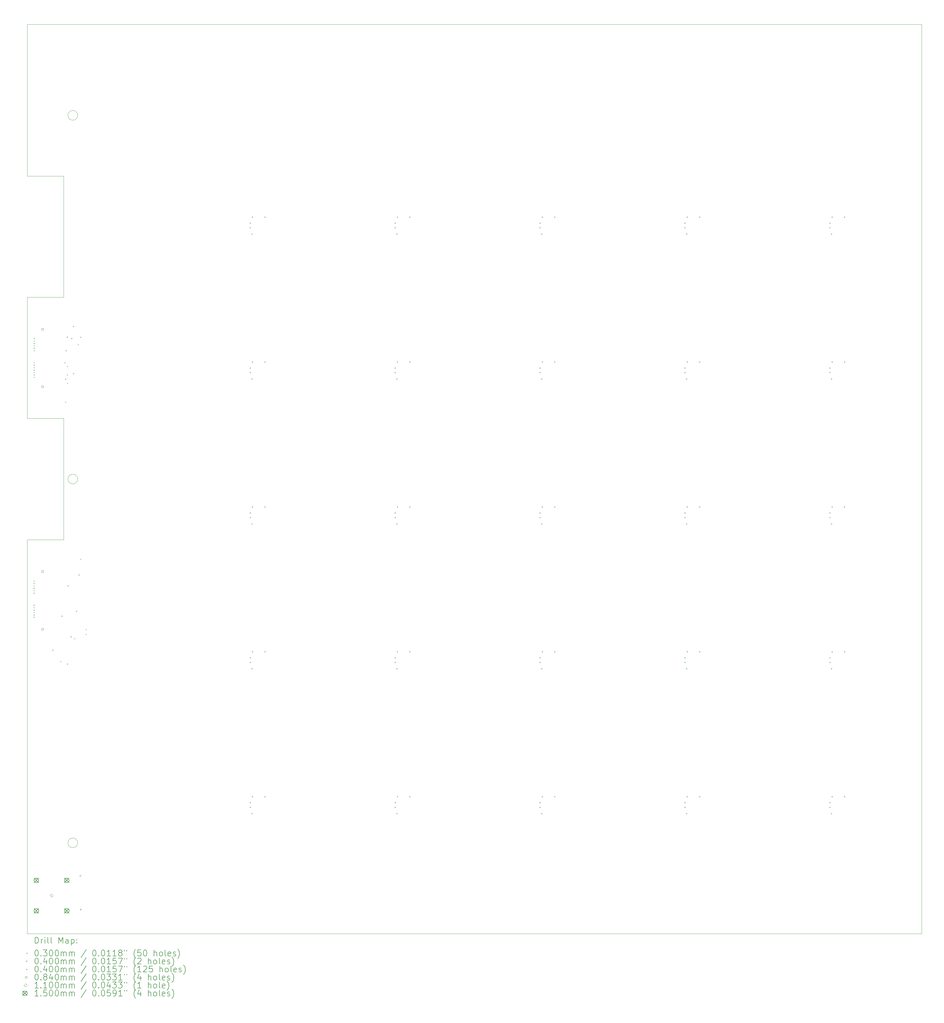
<source format=gbr>
%TF.GenerationSoftware,KiCad,Pcbnew,8.0.2-1*%
%TF.CreationDate,2024-06-21T15:44:17-04:00*%
%TF.ProjectId,EvenLayers_3.0mm_SiPM,4576656e-4c61-4796-9572-735f332e306d,rev?*%
%TF.SameCoordinates,Original*%
%TF.FileFunction,Drillmap*%
%TF.FilePolarity,Positive*%
%FSLAX45Y45*%
G04 Gerber Fmt 4.5, Leading zero omitted, Abs format (unit mm)*
G04 Created by KiCad (PCBNEW 8.0.2-1) date 2024-06-21 15:44:17*
%MOMM*%
%LPD*%
G01*
G04 APERTURE LIST*
%ADD10C,0.100000*%
%ADD11C,0.050000*%
%ADD12C,0.200000*%
%ADD13C,0.110000*%
%ADD14C,0.150000*%
G04 APERTURE END LIST*
D10*
X7160000Y-30000000D02*
G75*
G02*
X6840000Y-30000000I-160000J0D01*
G01*
X6840000Y-30000000D02*
G75*
G02*
X7160000Y-30000000I160000J0D01*
G01*
X7160000Y-6000000D02*
G75*
G02*
X6840000Y-6000000I-160000J0D01*
G01*
X6840000Y-6000000D02*
G75*
G02*
X7160000Y-6000000I160000J0D01*
G01*
D11*
X5500000Y-20000000D02*
X5500000Y-33000000D01*
X6700000Y-16000000D02*
X5500000Y-16000000D01*
X5500000Y-12000000D02*
X5500000Y-16000000D01*
X5500000Y-20000000D02*
X6500000Y-20000000D01*
X5500000Y-3000000D02*
X35000000Y-3000000D01*
X6700000Y-8000000D02*
X5500000Y-8000000D01*
X5500000Y-8000000D02*
X5500000Y-3000000D01*
D10*
X7160000Y-18000000D02*
G75*
G02*
X6840000Y-18000000I-160000J0D01*
G01*
X6840000Y-18000000D02*
G75*
G02*
X7160000Y-18000000I160000J0D01*
G01*
D11*
X5500000Y-12000000D02*
X6700000Y-12000000D01*
X6700000Y-12000000D02*
X6700000Y-8000000D01*
X35000000Y-3000000D02*
X35000000Y-33000000D01*
X6700000Y-20000000D02*
X6500000Y-20000000D01*
X6700000Y-20000000D02*
X6700000Y-16000000D01*
X35000000Y-33000000D02*
X5500000Y-33000000D01*
D12*
D10*
X5705000Y-21345000D02*
X5735000Y-21375000D01*
X5735000Y-21345000D02*
X5705000Y-21375000D01*
X5705000Y-21425000D02*
X5735000Y-21455000D01*
X5735000Y-21425000D02*
X5705000Y-21455000D01*
X5705000Y-21505000D02*
X5735000Y-21535000D01*
X5735000Y-21505000D02*
X5705000Y-21535000D01*
X5705000Y-21585000D02*
X5735000Y-21615000D01*
X5735000Y-21585000D02*
X5705000Y-21615000D01*
X5705000Y-21665000D02*
X5735000Y-21695000D01*
X5735000Y-21665000D02*
X5705000Y-21695000D01*
X5705000Y-21745000D02*
X5735000Y-21775000D01*
X5735000Y-21745000D02*
X5705000Y-21775000D01*
X5705000Y-22145000D02*
X5735000Y-22175000D01*
X5735000Y-22145000D02*
X5705000Y-22175000D01*
X5705000Y-22225000D02*
X5735000Y-22255000D01*
X5735000Y-22225000D02*
X5705000Y-22255000D01*
X5705000Y-22305000D02*
X5735000Y-22335000D01*
X5735000Y-22305000D02*
X5705000Y-22335000D01*
X5705000Y-22385000D02*
X5735000Y-22415000D01*
X5735000Y-22385000D02*
X5705000Y-22415000D01*
X5705000Y-22465000D02*
X5735000Y-22495000D01*
X5735000Y-22465000D02*
X5705000Y-22495000D01*
X5705000Y-22545000D02*
X5735000Y-22575000D01*
X5735000Y-22545000D02*
X5705000Y-22575000D01*
X5710000Y-13345000D02*
X5740000Y-13375000D01*
X5740000Y-13345000D02*
X5710000Y-13375000D01*
X5710000Y-13425000D02*
X5740000Y-13455000D01*
X5740000Y-13425000D02*
X5710000Y-13455000D01*
X5710000Y-13505000D02*
X5740000Y-13535000D01*
X5740000Y-13505000D02*
X5710000Y-13535000D01*
X5710000Y-13585000D02*
X5740000Y-13615000D01*
X5740000Y-13585000D02*
X5710000Y-13615000D01*
X5710000Y-13665000D02*
X5740000Y-13695000D01*
X5740000Y-13665000D02*
X5710000Y-13695000D01*
X5710000Y-13745000D02*
X5740000Y-13775000D01*
X5740000Y-13745000D02*
X5710000Y-13775000D01*
X5710000Y-14145000D02*
X5740000Y-14175000D01*
X5740000Y-14145000D02*
X5710000Y-14175000D01*
X5710000Y-14225000D02*
X5740000Y-14255000D01*
X5740000Y-14225000D02*
X5710000Y-14255000D01*
X5710000Y-14305000D02*
X5740000Y-14335000D01*
X5740000Y-14305000D02*
X5710000Y-14335000D01*
X5710000Y-14385000D02*
X5740000Y-14415000D01*
X5740000Y-14385000D02*
X5710000Y-14415000D01*
X5710000Y-14465000D02*
X5740000Y-14495000D01*
X5740000Y-14465000D02*
X5710000Y-14495000D01*
X5710000Y-14545000D02*
X5740000Y-14575000D01*
X5740000Y-14545000D02*
X5710000Y-14575000D01*
X5710000Y-14625000D02*
X5740000Y-14655000D01*
X5740000Y-14625000D02*
X5710000Y-14655000D01*
X6325000Y-23625000D02*
X6355000Y-23655000D01*
X6355000Y-23625000D02*
X6325000Y-23655000D01*
X6585000Y-24005000D02*
X6615000Y-24035000D01*
X6615000Y-24005000D02*
X6585000Y-24035000D01*
X6625000Y-22505000D02*
X6655000Y-22535000D01*
X6655000Y-22505000D02*
X6625000Y-22535000D01*
X6725000Y-14145000D02*
X6755000Y-14175000D01*
X6755000Y-14145000D02*
X6725000Y-14175000D01*
X6745000Y-14685000D02*
X6775000Y-14715000D01*
X6775000Y-14685000D02*
X6745000Y-14715000D01*
X6745000Y-15445000D02*
X6775000Y-15475000D01*
X6775000Y-15445000D02*
X6745000Y-15475000D01*
X6765000Y-13745000D02*
X6795000Y-13775000D01*
X6795000Y-13745000D02*
X6765000Y-13775000D01*
X6797426Y-13297426D02*
X6827426Y-13327426D01*
X6827426Y-13297426D02*
X6797426Y-13327426D01*
X6805000Y-14265000D02*
X6835000Y-14295000D01*
X6835000Y-14265000D02*
X6805000Y-14295000D01*
X6805000Y-14545000D02*
X6835000Y-14575000D01*
X6835000Y-14545000D02*
X6805000Y-14575000D01*
X6805000Y-14825000D02*
X6835000Y-14855000D01*
X6835000Y-14825000D02*
X6805000Y-14855000D01*
X6805000Y-24085000D02*
X6835000Y-24115000D01*
X6835000Y-24085000D02*
X6805000Y-24115000D01*
X6825000Y-21505000D02*
X6855000Y-21535000D01*
X6855000Y-21505000D02*
X6825000Y-21535000D01*
X6925000Y-23185000D02*
X6955000Y-23215000D01*
X6955000Y-23185000D02*
X6925000Y-23215000D01*
X6945000Y-13345000D02*
X6975000Y-13375000D01*
X6975000Y-13345000D02*
X6945000Y-13375000D01*
X7005000Y-12945000D02*
X7035000Y-12975000D01*
X7035000Y-12945000D02*
X7005000Y-12975000D01*
X7005000Y-14505000D02*
X7035000Y-14535000D01*
X7035000Y-14505000D02*
X7005000Y-14535000D01*
X7045000Y-23245000D02*
X7075000Y-23275000D01*
X7075000Y-23245000D02*
X7045000Y-23275000D01*
X7105000Y-22345000D02*
X7135000Y-22375000D01*
X7135000Y-22345000D02*
X7105000Y-22375000D01*
X7165000Y-13545000D02*
X7195000Y-13575000D01*
X7195000Y-13545000D02*
X7165000Y-13575000D01*
X7185000Y-21145000D02*
X7215000Y-21175000D01*
X7215000Y-21145000D02*
X7185000Y-21175000D01*
X7245000Y-13305000D02*
X7275000Y-13335000D01*
X7275000Y-13305000D02*
X7245000Y-13335000D01*
X7245000Y-20625000D02*
X7275000Y-20655000D01*
X7275000Y-20625000D02*
X7245000Y-20655000D01*
X7425000Y-22945000D02*
X7455000Y-22975000D01*
X7455000Y-22945000D02*
X7425000Y-22975000D01*
X7425000Y-23105000D02*
X7455000Y-23135000D01*
X7455000Y-23105000D02*
X7425000Y-23135000D01*
X7270000Y-31090000D02*
G75*
G02*
X7230000Y-31090000I-20000J0D01*
G01*
X7230000Y-31090000D02*
G75*
G02*
X7270000Y-31090000I20000J0D01*
G01*
X7280000Y-32200000D02*
G75*
G02*
X7240000Y-32200000I-20000J0D01*
G01*
X7240000Y-32200000D02*
G75*
G02*
X7280000Y-32200000I20000J0D01*
G01*
X12850000Y-9535000D02*
X12850000Y-9575000D01*
X12830000Y-9555000D02*
X12870000Y-9555000D01*
X12850000Y-9685000D02*
X12850000Y-9725000D01*
X12830000Y-9705000D02*
X12870000Y-9705000D01*
X12850000Y-14315000D02*
X12850000Y-14355000D01*
X12830000Y-14335000D02*
X12870000Y-14335000D01*
X12850000Y-14465000D02*
X12850000Y-14505000D01*
X12830000Y-14485000D02*
X12870000Y-14485000D01*
X12850000Y-19095000D02*
X12850000Y-19135000D01*
X12830000Y-19115000D02*
X12870000Y-19115000D01*
X12850000Y-19245000D02*
X12850000Y-19285000D01*
X12830000Y-19265000D02*
X12870000Y-19265000D01*
X12850000Y-23875000D02*
X12850000Y-23915000D01*
X12830000Y-23895000D02*
X12870000Y-23895000D01*
X12850000Y-24025000D02*
X12850000Y-24065000D01*
X12830000Y-24045000D02*
X12870000Y-24045000D01*
X12850000Y-28655000D02*
X12850000Y-28695000D01*
X12830000Y-28675000D02*
X12870000Y-28675000D01*
X12850000Y-28805000D02*
X12850000Y-28845000D01*
X12830000Y-28825000D02*
X12870000Y-28825000D01*
X12905000Y-9895000D02*
X12905000Y-9935000D01*
X12885000Y-9915000D02*
X12925000Y-9915000D01*
X12905000Y-14675000D02*
X12905000Y-14715000D01*
X12885000Y-14695000D02*
X12925000Y-14695000D01*
X12905000Y-19455000D02*
X12905000Y-19495000D01*
X12885000Y-19475000D02*
X12925000Y-19475000D01*
X12905000Y-24235000D02*
X12905000Y-24275000D01*
X12885000Y-24255000D02*
X12925000Y-24255000D01*
X12905000Y-29015000D02*
X12905000Y-29055000D01*
X12885000Y-29035000D02*
X12925000Y-29035000D01*
X12925000Y-9335000D02*
X12925000Y-9375000D01*
X12905000Y-9355000D02*
X12945000Y-9355000D01*
X12925000Y-14115000D02*
X12925000Y-14155000D01*
X12905000Y-14135000D02*
X12945000Y-14135000D01*
X12925000Y-18895000D02*
X12925000Y-18935000D01*
X12905000Y-18915000D02*
X12945000Y-18915000D01*
X12925000Y-23675000D02*
X12925000Y-23715000D01*
X12905000Y-23695000D02*
X12945000Y-23695000D01*
X12925000Y-28455000D02*
X12925000Y-28495000D01*
X12905000Y-28475000D02*
X12945000Y-28475000D01*
X13335000Y-9335000D02*
X13335000Y-9375000D01*
X13315000Y-9355000D02*
X13355000Y-9355000D01*
X13335000Y-14115000D02*
X13335000Y-14155000D01*
X13315000Y-14135000D02*
X13355000Y-14135000D01*
X13335000Y-18895000D02*
X13335000Y-18935000D01*
X13315000Y-18915000D02*
X13355000Y-18915000D01*
X13335000Y-23675000D02*
X13335000Y-23715000D01*
X13315000Y-23695000D02*
X13355000Y-23695000D01*
X13335000Y-28455000D02*
X13335000Y-28495000D01*
X13315000Y-28475000D02*
X13355000Y-28475000D01*
X17630000Y-9535000D02*
X17630000Y-9575000D01*
X17610000Y-9555000D02*
X17650000Y-9555000D01*
X17630000Y-9685000D02*
X17630000Y-9725000D01*
X17610000Y-9705000D02*
X17650000Y-9705000D01*
X17630000Y-14315000D02*
X17630000Y-14355000D01*
X17610000Y-14335000D02*
X17650000Y-14335000D01*
X17630000Y-14465000D02*
X17630000Y-14505000D01*
X17610000Y-14485000D02*
X17650000Y-14485000D01*
X17630000Y-19095000D02*
X17630000Y-19135000D01*
X17610000Y-19115000D02*
X17650000Y-19115000D01*
X17630000Y-19245000D02*
X17630000Y-19285000D01*
X17610000Y-19265000D02*
X17650000Y-19265000D01*
X17630000Y-23875000D02*
X17630000Y-23915000D01*
X17610000Y-23895000D02*
X17650000Y-23895000D01*
X17630000Y-24025000D02*
X17630000Y-24065000D01*
X17610000Y-24045000D02*
X17650000Y-24045000D01*
X17630000Y-28655000D02*
X17630000Y-28695000D01*
X17610000Y-28675000D02*
X17650000Y-28675000D01*
X17630000Y-28805000D02*
X17630000Y-28845000D01*
X17610000Y-28825000D02*
X17650000Y-28825000D01*
X17685000Y-9895000D02*
X17685000Y-9935000D01*
X17665000Y-9915000D02*
X17705000Y-9915000D01*
X17685000Y-14675000D02*
X17685000Y-14715000D01*
X17665000Y-14695000D02*
X17705000Y-14695000D01*
X17685000Y-19455000D02*
X17685000Y-19495000D01*
X17665000Y-19475000D02*
X17705000Y-19475000D01*
X17685000Y-24235000D02*
X17685000Y-24275000D01*
X17665000Y-24255000D02*
X17705000Y-24255000D01*
X17685000Y-29015000D02*
X17685000Y-29055000D01*
X17665000Y-29035000D02*
X17705000Y-29035000D01*
X17705000Y-9335000D02*
X17705000Y-9375000D01*
X17685000Y-9355000D02*
X17725000Y-9355000D01*
X17705000Y-14115000D02*
X17705000Y-14155000D01*
X17685000Y-14135000D02*
X17725000Y-14135000D01*
X17705000Y-18895000D02*
X17705000Y-18935000D01*
X17685000Y-18915000D02*
X17725000Y-18915000D01*
X17705000Y-23675000D02*
X17705000Y-23715000D01*
X17685000Y-23695000D02*
X17725000Y-23695000D01*
X17705000Y-28455000D02*
X17705000Y-28495000D01*
X17685000Y-28475000D02*
X17725000Y-28475000D01*
X18115000Y-9335000D02*
X18115000Y-9375000D01*
X18095000Y-9355000D02*
X18135000Y-9355000D01*
X18115000Y-14115000D02*
X18115000Y-14155000D01*
X18095000Y-14135000D02*
X18135000Y-14135000D01*
X18115000Y-18895000D02*
X18115000Y-18935000D01*
X18095000Y-18915000D02*
X18135000Y-18915000D01*
X18115000Y-23675000D02*
X18115000Y-23715000D01*
X18095000Y-23695000D02*
X18135000Y-23695000D01*
X18115000Y-28455000D02*
X18115000Y-28495000D01*
X18095000Y-28475000D02*
X18135000Y-28475000D01*
X22410000Y-9535000D02*
X22410000Y-9575000D01*
X22390000Y-9555000D02*
X22430000Y-9555000D01*
X22410000Y-9685000D02*
X22410000Y-9725000D01*
X22390000Y-9705000D02*
X22430000Y-9705000D01*
X22410000Y-14315000D02*
X22410000Y-14355000D01*
X22390000Y-14335000D02*
X22430000Y-14335000D01*
X22410000Y-14465000D02*
X22410000Y-14505000D01*
X22390000Y-14485000D02*
X22430000Y-14485000D01*
X22410000Y-19095000D02*
X22410000Y-19135000D01*
X22390000Y-19115000D02*
X22430000Y-19115000D01*
X22410000Y-19245000D02*
X22410000Y-19285000D01*
X22390000Y-19265000D02*
X22430000Y-19265000D01*
X22410000Y-23875000D02*
X22410000Y-23915000D01*
X22390000Y-23895000D02*
X22430000Y-23895000D01*
X22410000Y-24025000D02*
X22410000Y-24065000D01*
X22390000Y-24045000D02*
X22430000Y-24045000D01*
X22410000Y-28655000D02*
X22410000Y-28695000D01*
X22390000Y-28675000D02*
X22430000Y-28675000D01*
X22410000Y-28805000D02*
X22410000Y-28845000D01*
X22390000Y-28825000D02*
X22430000Y-28825000D01*
X22465000Y-9895000D02*
X22465000Y-9935000D01*
X22445000Y-9915000D02*
X22485000Y-9915000D01*
X22465000Y-14675000D02*
X22465000Y-14715000D01*
X22445000Y-14695000D02*
X22485000Y-14695000D01*
X22465000Y-19455000D02*
X22465000Y-19495000D01*
X22445000Y-19475000D02*
X22485000Y-19475000D01*
X22465000Y-24235000D02*
X22465000Y-24275000D01*
X22445000Y-24255000D02*
X22485000Y-24255000D01*
X22465000Y-29015000D02*
X22465000Y-29055000D01*
X22445000Y-29035000D02*
X22485000Y-29035000D01*
X22485000Y-9335000D02*
X22485000Y-9375000D01*
X22465000Y-9355000D02*
X22505000Y-9355000D01*
X22485000Y-14115000D02*
X22485000Y-14155000D01*
X22465000Y-14135000D02*
X22505000Y-14135000D01*
X22485000Y-18895000D02*
X22485000Y-18935000D01*
X22465000Y-18915000D02*
X22505000Y-18915000D01*
X22485000Y-23675000D02*
X22485000Y-23715000D01*
X22465000Y-23695000D02*
X22505000Y-23695000D01*
X22485000Y-28455000D02*
X22485000Y-28495000D01*
X22465000Y-28475000D02*
X22505000Y-28475000D01*
X22895000Y-9335000D02*
X22895000Y-9375000D01*
X22875000Y-9355000D02*
X22915000Y-9355000D01*
X22895000Y-14115000D02*
X22895000Y-14155000D01*
X22875000Y-14135000D02*
X22915000Y-14135000D01*
X22895000Y-18895000D02*
X22895000Y-18935000D01*
X22875000Y-18915000D02*
X22915000Y-18915000D01*
X22895000Y-23675000D02*
X22895000Y-23715000D01*
X22875000Y-23695000D02*
X22915000Y-23695000D01*
X22895000Y-28455000D02*
X22895000Y-28495000D01*
X22875000Y-28475000D02*
X22915000Y-28475000D01*
X27190000Y-9535000D02*
X27190000Y-9575000D01*
X27170000Y-9555000D02*
X27210000Y-9555000D01*
X27190000Y-9685000D02*
X27190000Y-9725000D01*
X27170000Y-9705000D02*
X27210000Y-9705000D01*
X27190000Y-14315000D02*
X27190000Y-14355000D01*
X27170000Y-14335000D02*
X27210000Y-14335000D01*
X27190000Y-14465000D02*
X27190000Y-14505000D01*
X27170000Y-14485000D02*
X27210000Y-14485000D01*
X27190000Y-19095000D02*
X27190000Y-19135000D01*
X27170000Y-19115000D02*
X27210000Y-19115000D01*
X27190000Y-19245000D02*
X27190000Y-19285000D01*
X27170000Y-19265000D02*
X27210000Y-19265000D01*
X27190000Y-23875000D02*
X27190000Y-23915000D01*
X27170000Y-23895000D02*
X27210000Y-23895000D01*
X27190000Y-24025000D02*
X27190000Y-24065000D01*
X27170000Y-24045000D02*
X27210000Y-24045000D01*
X27190000Y-28655000D02*
X27190000Y-28695000D01*
X27170000Y-28675000D02*
X27210000Y-28675000D01*
X27190000Y-28805000D02*
X27190000Y-28845000D01*
X27170000Y-28825000D02*
X27210000Y-28825000D01*
X27245000Y-9895000D02*
X27245000Y-9935000D01*
X27225000Y-9915000D02*
X27265000Y-9915000D01*
X27245000Y-14675000D02*
X27245000Y-14715000D01*
X27225000Y-14695000D02*
X27265000Y-14695000D01*
X27245000Y-19455000D02*
X27245000Y-19495000D01*
X27225000Y-19475000D02*
X27265000Y-19475000D01*
X27245000Y-24235000D02*
X27245000Y-24275000D01*
X27225000Y-24255000D02*
X27265000Y-24255000D01*
X27245000Y-29015000D02*
X27245000Y-29055000D01*
X27225000Y-29035000D02*
X27265000Y-29035000D01*
X27265000Y-9335000D02*
X27265000Y-9375000D01*
X27245000Y-9355000D02*
X27285000Y-9355000D01*
X27265000Y-14115000D02*
X27265000Y-14155000D01*
X27245000Y-14135000D02*
X27285000Y-14135000D01*
X27265000Y-18895000D02*
X27265000Y-18935000D01*
X27245000Y-18915000D02*
X27285000Y-18915000D01*
X27265000Y-23675000D02*
X27265000Y-23715000D01*
X27245000Y-23695000D02*
X27285000Y-23695000D01*
X27265000Y-28455000D02*
X27265000Y-28495000D01*
X27245000Y-28475000D02*
X27285000Y-28475000D01*
X27675000Y-9335000D02*
X27675000Y-9375000D01*
X27655000Y-9355000D02*
X27695000Y-9355000D01*
X27675000Y-14115000D02*
X27675000Y-14155000D01*
X27655000Y-14135000D02*
X27695000Y-14135000D01*
X27675000Y-18895000D02*
X27675000Y-18935000D01*
X27655000Y-18915000D02*
X27695000Y-18915000D01*
X27675000Y-23675000D02*
X27675000Y-23715000D01*
X27655000Y-23695000D02*
X27695000Y-23695000D01*
X27675000Y-28455000D02*
X27675000Y-28495000D01*
X27655000Y-28475000D02*
X27695000Y-28475000D01*
X31970000Y-9535000D02*
X31970000Y-9575000D01*
X31950000Y-9555000D02*
X31990000Y-9555000D01*
X31970000Y-9685000D02*
X31970000Y-9725000D01*
X31950000Y-9705000D02*
X31990000Y-9705000D01*
X31970000Y-14315000D02*
X31970000Y-14355000D01*
X31950000Y-14335000D02*
X31990000Y-14335000D01*
X31970000Y-14465000D02*
X31970000Y-14505000D01*
X31950000Y-14485000D02*
X31990000Y-14485000D01*
X31970000Y-19095000D02*
X31970000Y-19135000D01*
X31950000Y-19115000D02*
X31990000Y-19115000D01*
X31970000Y-19245000D02*
X31970000Y-19285000D01*
X31950000Y-19265000D02*
X31990000Y-19265000D01*
X31970000Y-23875000D02*
X31970000Y-23915000D01*
X31950000Y-23895000D02*
X31990000Y-23895000D01*
X31970000Y-24025000D02*
X31970000Y-24065000D01*
X31950000Y-24045000D02*
X31990000Y-24045000D01*
X31970000Y-28655000D02*
X31970000Y-28695000D01*
X31950000Y-28675000D02*
X31990000Y-28675000D01*
X31970000Y-28805000D02*
X31970000Y-28845000D01*
X31950000Y-28825000D02*
X31990000Y-28825000D01*
X32025000Y-9895000D02*
X32025000Y-9935000D01*
X32005000Y-9915000D02*
X32045000Y-9915000D01*
X32025000Y-14675000D02*
X32025000Y-14715000D01*
X32005000Y-14695000D02*
X32045000Y-14695000D01*
X32025000Y-19455000D02*
X32025000Y-19495000D01*
X32005000Y-19475000D02*
X32045000Y-19475000D01*
X32025000Y-24235000D02*
X32025000Y-24275000D01*
X32005000Y-24255000D02*
X32045000Y-24255000D01*
X32025000Y-29015000D02*
X32025000Y-29055000D01*
X32005000Y-29035000D02*
X32045000Y-29035000D01*
X32045000Y-9335000D02*
X32045000Y-9375000D01*
X32025000Y-9355000D02*
X32065000Y-9355000D01*
X32045000Y-14115000D02*
X32045000Y-14155000D01*
X32025000Y-14135000D02*
X32065000Y-14135000D01*
X32045000Y-18895000D02*
X32045000Y-18935000D01*
X32025000Y-18915000D02*
X32065000Y-18915000D01*
X32045000Y-23675000D02*
X32045000Y-23715000D01*
X32025000Y-23695000D02*
X32065000Y-23695000D01*
X32045000Y-28455000D02*
X32045000Y-28495000D01*
X32025000Y-28475000D02*
X32065000Y-28475000D01*
X32455000Y-9335000D02*
X32455000Y-9375000D01*
X32435000Y-9355000D02*
X32475000Y-9355000D01*
X32455000Y-14115000D02*
X32455000Y-14155000D01*
X32435000Y-14135000D02*
X32475000Y-14135000D01*
X32455000Y-18895000D02*
X32455000Y-18935000D01*
X32435000Y-18915000D02*
X32475000Y-18915000D01*
X32455000Y-23675000D02*
X32455000Y-23715000D01*
X32435000Y-23695000D02*
X32475000Y-23695000D01*
X32455000Y-28455000D02*
X32455000Y-28495000D01*
X32435000Y-28475000D02*
X32475000Y-28475000D01*
X6029699Y-13080199D02*
X6029699Y-13020801D01*
X5970301Y-13020801D01*
X5970301Y-13080199D01*
X6029699Y-13080199D01*
X6029699Y-14979199D02*
X6029699Y-14919801D01*
X5970301Y-14919801D01*
X5970301Y-14979199D01*
X6029699Y-14979199D01*
X6029699Y-21080199D02*
X6029699Y-21020801D01*
X5970301Y-21020801D01*
X5970301Y-21080199D01*
X6029699Y-21080199D01*
X6029699Y-22979199D02*
X6029699Y-22919801D01*
X5970301Y-22919801D01*
X5970301Y-22979199D01*
X6029699Y-22979199D01*
D13*
X6300000Y-31795000D02*
X6355000Y-31740000D01*
X6300000Y-31685000D01*
X6245000Y-31740000D01*
X6300000Y-31795000D01*
D14*
X5722500Y-31162500D02*
X5872500Y-31312500D01*
X5872500Y-31162500D02*
X5722500Y-31312500D01*
X5872500Y-31237500D02*
G75*
G02*
X5722500Y-31237500I-75000J0D01*
G01*
X5722500Y-31237500D02*
G75*
G02*
X5872500Y-31237500I75000J0D01*
G01*
X5722500Y-32167500D02*
X5872500Y-32317500D01*
X5872500Y-32167500D02*
X5722500Y-32317500D01*
X5872500Y-32242500D02*
G75*
G02*
X5722500Y-32242500I-75000J0D01*
G01*
X5722500Y-32242500D02*
G75*
G02*
X5872500Y-32242500I75000J0D01*
G01*
X6727500Y-31162500D02*
X6877500Y-31312500D01*
X6877500Y-31162500D02*
X6727500Y-31312500D01*
X6877500Y-31237500D02*
G75*
G02*
X6727500Y-31237500I-75000J0D01*
G01*
X6727500Y-31237500D02*
G75*
G02*
X6877500Y-31237500I75000J0D01*
G01*
X6727500Y-32167500D02*
X6877500Y-32317500D01*
X6877500Y-32167500D02*
X6727500Y-32317500D01*
X6877500Y-32242500D02*
G75*
G02*
X6727500Y-32242500I-75000J0D01*
G01*
X6727500Y-32242500D02*
G75*
G02*
X6877500Y-32242500I75000J0D01*
G01*
D12*
X5758277Y-33313984D02*
X5758277Y-33113984D01*
X5758277Y-33113984D02*
X5805896Y-33113984D01*
X5805896Y-33113984D02*
X5834467Y-33123508D01*
X5834467Y-33123508D02*
X5853515Y-33142555D01*
X5853515Y-33142555D02*
X5863039Y-33161603D01*
X5863039Y-33161603D02*
X5872562Y-33199698D01*
X5872562Y-33199698D02*
X5872562Y-33228269D01*
X5872562Y-33228269D02*
X5863039Y-33266365D01*
X5863039Y-33266365D02*
X5853515Y-33285412D01*
X5853515Y-33285412D02*
X5834467Y-33304460D01*
X5834467Y-33304460D02*
X5805896Y-33313984D01*
X5805896Y-33313984D02*
X5758277Y-33313984D01*
X5958277Y-33313984D02*
X5958277Y-33180650D01*
X5958277Y-33218746D02*
X5967801Y-33199698D01*
X5967801Y-33199698D02*
X5977324Y-33190174D01*
X5977324Y-33190174D02*
X5996372Y-33180650D01*
X5996372Y-33180650D02*
X6015420Y-33180650D01*
X6082086Y-33313984D02*
X6082086Y-33180650D01*
X6082086Y-33113984D02*
X6072562Y-33123508D01*
X6072562Y-33123508D02*
X6082086Y-33133031D01*
X6082086Y-33133031D02*
X6091610Y-33123508D01*
X6091610Y-33123508D02*
X6082086Y-33113984D01*
X6082086Y-33113984D02*
X6082086Y-33133031D01*
X6205896Y-33313984D02*
X6186848Y-33304460D01*
X6186848Y-33304460D02*
X6177324Y-33285412D01*
X6177324Y-33285412D02*
X6177324Y-33113984D01*
X6310658Y-33313984D02*
X6291610Y-33304460D01*
X6291610Y-33304460D02*
X6282086Y-33285412D01*
X6282086Y-33285412D02*
X6282086Y-33113984D01*
X6539229Y-33313984D02*
X6539229Y-33113984D01*
X6539229Y-33113984D02*
X6605896Y-33256841D01*
X6605896Y-33256841D02*
X6672562Y-33113984D01*
X6672562Y-33113984D02*
X6672562Y-33313984D01*
X6853515Y-33313984D02*
X6853515Y-33209222D01*
X6853515Y-33209222D02*
X6843991Y-33190174D01*
X6843991Y-33190174D02*
X6824943Y-33180650D01*
X6824943Y-33180650D02*
X6786848Y-33180650D01*
X6786848Y-33180650D02*
X6767801Y-33190174D01*
X6853515Y-33304460D02*
X6834467Y-33313984D01*
X6834467Y-33313984D02*
X6786848Y-33313984D01*
X6786848Y-33313984D02*
X6767801Y-33304460D01*
X6767801Y-33304460D02*
X6758277Y-33285412D01*
X6758277Y-33285412D02*
X6758277Y-33266365D01*
X6758277Y-33266365D02*
X6767801Y-33247317D01*
X6767801Y-33247317D02*
X6786848Y-33237793D01*
X6786848Y-33237793D02*
X6834467Y-33237793D01*
X6834467Y-33237793D02*
X6853515Y-33228269D01*
X6948753Y-33180650D02*
X6948753Y-33380650D01*
X6948753Y-33190174D02*
X6967801Y-33180650D01*
X6967801Y-33180650D02*
X7005896Y-33180650D01*
X7005896Y-33180650D02*
X7024943Y-33190174D01*
X7024943Y-33190174D02*
X7034467Y-33199698D01*
X7034467Y-33199698D02*
X7043991Y-33218746D01*
X7043991Y-33218746D02*
X7043991Y-33275888D01*
X7043991Y-33275888D02*
X7034467Y-33294936D01*
X7034467Y-33294936D02*
X7024943Y-33304460D01*
X7024943Y-33304460D02*
X7005896Y-33313984D01*
X7005896Y-33313984D02*
X6967801Y-33313984D01*
X6967801Y-33313984D02*
X6948753Y-33304460D01*
X7129705Y-33294936D02*
X7139229Y-33304460D01*
X7139229Y-33304460D02*
X7129705Y-33313984D01*
X7129705Y-33313984D02*
X7120182Y-33304460D01*
X7120182Y-33304460D02*
X7129705Y-33294936D01*
X7129705Y-33294936D02*
X7129705Y-33313984D01*
X7129705Y-33190174D02*
X7139229Y-33199698D01*
X7139229Y-33199698D02*
X7129705Y-33209222D01*
X7129705Y-33209222D02*
X7120182Y-33199698D01*
X7120182Y-33199698D02*
X7129705Y-33190174D01*
X7129705Y-33190174D02*
X7129705Y-33209222D01*
D10*
X5467500Y-33627500D02*
X5497500Y-33657500D01*
X5497500Y-33627500D02*
X5467500Y-33657500D01*
D12*
X5796372Y-33533984D02*
X5815420Y-33533984D01*
X5815420Y-33533984D02*
X5834467Y-33543508D01*
X5834467Y-33543508D02*
X5843991Y-33553031D01*
X5843991Y-33553031D02*
X5853515Y-33572079D01*
X5853515Y-33572079D02*
X5863039Y-33610174D01*
X5863039Y-33610174D02*
X5863039Y-33657793D01*
X5863039Y-33657793D02*
X5853515Y-33695889D01*
X5853515Y-33695889D02*
X5843991Y-33714936D01*
X5843991Y-33714936D02*
X5834467Y-33724460D01*
X5834467Y-33724460D02*
X5815420Y-33733984D01*
X5815420Y-33733984D02*
X5796372Y-33733984D01*
X5796372Y-33733984D02*
X5777324Y-33724460D01*
X5777324Y-33724460D02*
X5767801Y-33714936D01*
X5767801Y-33714936D02*
X5758277Y-33695889D01*
X5758277Y-33695889D02*
X5748753Y-33657793D01*
X5748753Y-33657793D02*
X5748753Y-33610174D01*
X5748753Y-33610174D02*
X5758277Y-33572079D01*
X5758277Y-33572079D02*
X5767801Y-33553031D01*
X5767801Y-33553031D02*
X5777324Y-33543508D01*
X5777324Y-33543508D02*
X5796372Y-33533984D01*
X5948753Y-33714936D02*
X5958277Y-33724460D01*
X5958277Y-33724460D02*
X5948753Y-33733984D01*
X5948753Y-33733984D02*
X5939229Y-33724460D01*
X5939229Y-33724460D02*
X5948753Y-33714936D01*
X5948753Y-33714936D02*
X5948753Y-33733984D01*
X6024943Y-33533984D02*
X6148753Y-33533984D01*
X6148753Y-33533984D02*
X6082086Y-33610174D01*
X6082086Y-33610174D02*
X6110658Y-33610174D01*
X6110658Y-33610174D02*
X6129705Y-33619698D01*
X6129705Y-33619698D02*
X6139229Y-33629222D01*
X6139229Y-33629222D02*
X6148753Y-33648270D01*
X6148753Y-33648270D02*
X6148753Y-33695889D01*
X6148753Y-33695889D02*
X6139229Y-33714936D01*
X6139229Y-33714936D02*
X6129705Y-33724460D01*
X6129705Y-33724460D02*
X6110658Y-33733984D01*
X6110658Y-33733984D02*
X6053515Y-33733984D01*
X6053515Y-33733984D02*
X6034467Y-33724460D01*
X6034467Y-33724460D02*
X6024943Y-33714936D01*
X6272562Y-33533984D02*
X6291610Y-33533984D01*
X6291610Y-33533984D02*
X6310658Y-33543508D01*
X6310658Y-33543508D02*
X6320182Y-33553031D01*
X6320182Y-33553031D02*
X6329705Y-33572079D01*
X6329705Y-33572079D02*
X6339229Y-33610174D01*
X6339229Y-33610174D02*
X6339229Y-33657793D01*
X6339229Y-33657793D02*
X6329705Y-33695889D01*
X6329705Y-33695889D02*
X6320182Y-33714936D01*
X6320182Y-33714936D02*
X6310658Y-33724460D01*
X6310658Y-33724460D02*
X6291610Y-33733984D01*
X6291610Y-33733984D02*
X6272562Y-33733984D01*
X6272562Y-33733984D02*
X6253515Y-33724460D01*
X6253515Y-33724460D02*
X6243991Y-33714936D01*
X6243991Y-33714936D02*
X6234467Y-33695889D01*
X6234467Y-33695889D02*
X6224943Y-33657793D01*
X6224943Y-33657793D02*
X6224943Y-33610174D01*
X6224943Y-33610174D02*
X6234467Y-33572079D01*
X6234467Y-33572079D02*
X6243991Y-33553031D01*
X6243991Y-33553031D02*
X6253515Y-33543508D01*
X6253515Y-33543508D02*
X6272562Y-33533984D01*
X6463039Y-33533984D02*
X6482086Y-33533984D01*
X6482086Y-33533984D02*
X6501134Y-33543508D01*
X6501134Y-33543508D02*
X6510658Y-33553031D01*
X6510658Y-33553031D02*
X6520182Y-33572079D01*
X6520182Y-33572079D02*
X6529705Y-33610174D01*
X6529705Y-33610174D02*
X6529705Y-33657793D01*
X6529705Y-33657793D02*
X6520182Y-33695889D01*
X6520182Y-33695889D02*
X6510658Y-33714936D01*
X6510658Y-33714936D02*
X6501134Y-33724460D01*
X6501134Y-33724460D02*
X6482086Y-33733984D01*
X6482086Y-33733984D02*
X6463039Y-33733984D01*
X6463039Y-33733984D02*
X6443991Y-33724460D01*
X6443991Y-33724460D02*
X6434467Y-33714936D01*
X6434467Y-33714936D02*
X6424943Y-33695889D01*
X6424943Y-33695889D02*
X6415420Y-33657793D01*
X6415420Y-33657793D02*
X6415420Y-33610174D01*
X6415420Y-33610174D02*
X6424943Y-33572079D01*
X6424943Y-33572079D02*
X6434467Y-33553031D01*
X6434467Y-33553031D02*
X6443991Y-33543508D01*
X6443991Y-33543508D02*
X6463039Y-33533984D01*
X6615420Y-33733984D02*
X6615420Y-33600650D01*
X6615420Y-33619698D02*
X6624943Y-33610174D01*
X6624943Y-33610174D02*
X6643991Y-33600650D01*
X6643991Y-33600650D02*
X6672563Y-33600650D01*
X6672563Y-33600650D02*
X6691610Y-33610174D01*
X6691610Y-33610174D02*
X6701134Y-33629222D01*
X6701134Y-33629222D02*
X6701134Y-33733984D01*
X6701134Y-33629222D02*
X6710658Y-33610174D01*
X6710658Y-33610174D02*
X6729705Y-33600650D01*
X6729705Y-33600650D02*
X6758277Y-33600650D01*
X6758277Y-33600650D02*
X6777324Y-33610174D01*
X6777324Y-33610174D02*
X6786848Y-33629222D01*
X6786848Y-33629222D02*
X6786848Y-33733984D01*
X6882086Y-33733984D02*
X6882086Y-33600650D01*
X6882086Y-33619698D02*
X6891610Y-33610174D01*
X6891610Y-33610174D02*
X6910658Y-33600650D01*
X6910658Y-33600650D02*
X6939229Y-33600650D01*
X6939229Y-33600650D02*
X6958277Y-33610174D01*
X6958277Y-33610174D02*
X6967801Y-33629222D01*
X6967801Y-33629222D02*
X6967801Y-33733984D01*
X6967801Y-33629222D02*
X6977324Y-33610174D01*
X6977324Y-33610174D02*
X6996372Y-33600650D01*
X6996372Y-33600650D02*
X7024943Y-33600650D01*
X7024943Y-33600650D02*
X7043991Y-33610174D01*
X7043991Y-33610174D02*
X7053515Y-33629222D01*
X7053515Y-33629222D02*
X7053515Y-33733984D01*
X7443991Y-33524460D02*
X7272563Y-33781603D01*
X7701134Y-33533984D02*
X7720182Y-33533984D01*
X7720182Y-33533984D02*
X7739229Y-33543508D01*
X7739229Y-33543508D02*
X7748753Y-33553031D01*
X7748753Y-33553031D02*
X7758277Y-33572079D01*
X7758277Y-33572079D02*
X7767801Y-33610174D01*
X7767801Y-33610174D02*
X7767801Y-33657793D01*
X7767801Y-33657793D02*
X7758277Y-33695889D01*
X7758277Y-33695889D02*
X7748753Y-33714936D01*
X7748753Y-33714936D02*
X7739229Y-33724460D01*
X7739229Y-33724460D02*
X7720182Y-33733984D01*
X7720182Y-33733984D02*
X7701134Y-33733984D01*
X7701134Y-33733984D02*
X7682086Y-33724460D01*
X7682086Y-33724460D02*
X7672563Y-33714936D01*
X7672563Y-33714936D02*
X7663039Y-33695889D01*
X7663039Y-33695889D02*
X7653515Y-33657793D01*
X7653515Y-33657793D02*
X7653515Y-33610174D01*
X7653515Y-33610174D02*
X7663039Y-33572079D01*
X7663039Y-33572079D02*
X7672563Y-33553031D01*
X7672563Y-33553031D02*
X7682086Y-33543508D01*
X7682086Y-33543508D02*
X7701134Y-33533984D01*
X7853515Y-33714936D02*
X7863039Y-33724460D01*
X7863039Y-33724460D02*
X7853515Y-33733984D01*
X7853515Y-33733984D02*
X7843991Y-33724460D01*
X7843991Y-33724460D02*
X7853515Y-33714936D01*
X7853515Y-33714936D02*
X7853515Y-33733984D01*
X7986848Y-33533984D02*
X8005896Y-33533984D01*
X8005896Y-33533984D02*
X8024944Y-33543508D01*
X8024944Y-33543508D02*
X8034467Y-33553031D01*
X8034467Y-33553031D02*
X8043991Y-33572079D01*
X8043991Y-33572079D02*
X8053515Y-33610174D01*
X8053515Y-33610174D02*
X8053515Y-33657793D01*
X8053515Y-33657793D02*
X8043991Y-33695889D01*
X8043991Y-33695889D02*
X8034467Y-33714936D01*
X8034467Y-33714936D02*
X8024944Y-33724460D01*
X8024944Y-33724460D02*
X8005896Y-33733984D01*
X8005896Y-33733984D02*
X7986848Y-33733984D01*
X7986848Y-33733984D02*
X7967801Y-33724460D01*
X7967801Y-33724460D02*
X7958277Y-33714936D01*
X7958277Y-33714936D02*
X7948753Y-33695889D01*
X7948753Y-33695889D02*
X7939229Y-33657793D01*
X7939229Y-33657793D02*
X7939229Y-33610174D01*
X7939229Y-33610174D02*
X7948753Y-33572079D01*
X7948753Y-33572079D02*
X7958277Y-33553031D01*
X7958277Y-33553031D02*
X7967801Y-33543508D01*
X7967801Y-33543508D02*
X7986848Y-33533984D01*
X8243991Y-33733984D02*
X8129706Y-33733984D01*
X8186848Y-33733984D02*
X8186848Y-33533984D01*
X8186848Y-33533984D02*
X8167801Y-33562555D01*
X8167801Y-33562555D02*
X8148753Y-33581603D01*
X8148753Y-33581603D02*
X8129706Y-33591127D01*
X8434468Y-33733984D02*
X8320182Y-33733984D01*
X8377325Y-33733984D02*
X8377325Y-33533984D01*
X8377325Y-33533984D02*
X8358277Y-33562555D01*
X8358277Y-33562555D02*
X8339229Y-33581603D01*
X8339229Y-33581603D02*
X8320182Y-33591127D01*
X8548753Y-33619698D02*
X8529706Y-33610174D01*
X8529706Y-33610174D02*
X8520182Y-33600650D01*
X8520182Y-33600650D02*
X8510658Y-33581603D01*
X8510658Y-33581603D02*
X8510658Y-33572079D01*
X8510658Y-33572079D02*
X8520182Y-33553031D01*
X8520182Y-33553031D02*
X8529706Y-33543508D01*
X8529706Y-33543508D02*
X8548753Y-33533984D01*
X8548753Y-33533984D02*
X8586849Y-33533984D01*
X8586849Y-33533984D02*
X8605896Y-33543508D01*
X8605896Y-33543508D02*
X8615420Y-33553031D01*
X8615420Y-33553031D02*
X8624944Y-33572079D01*
X8624944Y-33572079D02*
X8624944Y-33581603D01*
X8624944Y-33581603D02*
X8615420Y-33600650D01*
X8615420Y-33600650D02*
X8605896Y-33610174D01*
X8605896Y-33610174D02*
X8586849Y-33619698D01*
X8586849Y-33619698D02*
X8548753Y-33619698D01*
X8548753Y-33619698D02*
X8529706Y-33629222D01*
X8529706Y-33629222D02*
X8520182Y-33638746D01*
X8520182Y-33638746D02*
X8510658Y-33657793D01*
X8510658Y-33657793D02*
X8510658Y-33695889D01*
X8510658Y-33695889D02*
X8520182Y-33714936D01*
X8520182Y-33714936D02*
X8529706Y-33724460D01*
X8529706Y-33724460D02*
X8548753Y-33733984D01*
X8548753Y-33733984D02*
X8586849Y-33733984D01*
X8586849Y-33733984D02*
X8605896Y-33724460D01*
X8605896Y-33724460D02*
X8615420Y-33714936D01*
X8615420Y-33714936D02*
X8624944Y-33695889D01*
X8624944Y-33695889D02*
X8624944Y-33657793D01*
X8624944Y-33657793D02*
X8615420Y-33638746D01*
X8615420Y-33638746D02*
X8605896Y-33629222D01*
X8605896Y-33629222D02*
X8586849Y-33619698D01*
X8701134Y-33533984D02*
X8701134Y-33572079D01*
X8777325Y-33533984D02*
X8777325Y-33572079D01*
X9072563Y-33810174D02*
X9063039Y-33800650D01*
X9063039Y-33800650D02*
X9043991Y-33772079D01*
X9043991Y-33772079D02*
X9034468Y-33753031D01*
X9034468Y-33753031D02*
X9024944Y-33724460D01*
X9024944Y-33724460D02*
X9015420Y-33676841D01*
X9015420Y-33676841D02*
X9015420Y-33638746D01*
X9015420Y-33638746D02*
X9024944Y-33591127D01*
X9024944Y-33591127D02*
X9034468Y-33562555D01*
X9034468Y-33562555D02*
X9043991Y-33543508D01*
X9043991Y-33543508D02*
X9063039Y-33514936D01*
X9063039Y-33514936D02*
X9072563Y-33505412D01*
X9243991Y-33533984D02*
X9148753Y-33533984D01*
X9148753Y-33533984D02*
X9139230Y-33629222D01*
X9139230Y-33629222D02*
X9148753Y-33619698D01*
X9148753Y-33619698D02*
X9167801Y-33610174D01*
X9167801Y-33610174D02*
X9215420Y-33610174D01*
X9215420Y-33610174D02*
X9234468Y-33619698D01*
X9234468Y-33619698D02*
X9243991Y-33629222D01*
X9243991Y-33629222D02*
X9253515Y-33648270D01*
X9253515Y-33648270D02*
X9253515Y-33695889D01*
X9253515Y-33695889D02*
X9243991Y-33714936D01*
X9243991Y-33714936D02*
X9234468Y-33724460D01*
X9234468Y-33724460D02*
X9215420Y-33733984D01*
X9215420Y-33733984D02*
X9167801Y-33733984D01*
X9167801Y-33733984D02*
X9148753Y-33724460D01*
X9148753Y-33724460D02*
X9139230Y-33714936D01*
X9377325Y-33533984D02*
X9396372Y-33533984D01*
X9396372Y-33533984D02*
X9415420Y-33543508D01*
X9415420Y-33543508D02*
X9424944Y-33553031D01*
X9424944Y-33553031D02*
X9434468Y-33572079D01*
X9434468Y-33572079D02*
X9443991Y-33610174D01*
X9443991Y-33610174D02*
X9443991Y-33657793D01*
X9443991Y-33657793D02*
X9434468Y-33695889D01*
X9434468Y-33695889D02*
X9424944Y-33714936D01*
X9424944Y-33714936D02*
X9415420Y-33724460D01*
X9415420Y-33724460D02*
X9396372Y-33733984D01*
X9396372Y-33733984D02*
X9377325Y-33733984D01*
X9377325Y-33733984D02*
X9358277Y-33724460D01*
X9358277Y-33724460D02*
X9348753Y-33714936D01*
X9348753Y-33714936D02*
X9339230Y-33695889D01*
X9339230Y-33695889D02*
X9329706Y-33657793D01*
X9329706Y-33657793D02*
X9329706Y-33610174D01*
X9329706Y-33610174D02*
X9339230Y-33572079D01*
X9339230Y-33572079D02*
X9348753Y-33553031D01*
X9348753Y-33553031D02*
X9358277Y-33543508D01*
X9358277Y-33543508D02*
X9377325Y-33533984D01*
X9682087Y-33733984D02*
X9682087Y-33533984D01*
X9767801Y-33733984D02*
X9767801Y-33629222D01*
X9767801Y-33629222D02*
X9758277Y-33610174D01*
X9758277Y-33610174D02*
X9739230Y-33600650D01*
X9739230Y-33600650D02*
X9710658Y-33600650D01*
X9710658Y-33600650D02*
X9691611Y-33610174D01*
X9691611Y-33610174D02*
X9682087Y-33619698D01*
X9891611Y-33733984D02*
X9872563Y-33724460D01*
X9872563Y-33724460D02*
X9863039Y-33714936D01*
X9863039Y-33714936D02*
X9853515Y-33695889D01*
X9853515Y-33695889D02*
X9853515Y-33638746D01*
X9853515Y-33638746D02*
X9863039Y-33619698D01*
X9863039Y-33619698D02*
X9872563Y-33610174D01*
X9872563Y-33610174D02*
X9891611Y-33600650D01*
X9891611Y-33600650D02*
X9920182Y-33600650D01*
X9920182Y-33600650D02*
X9939230Y-33610174D01*
X9939230Y-33610174D02*
X9948753Y-33619698D01*
X9948753Y-33619698D02*
X9958277Y-33638746D01*
X9958277Y-33638746D02*
X9958277Y-33695889D01*
X9958277Y-33695889D02*
X9948753Y-33714936D01*
X9948753Y-33714936D02*
X9939230Y-33724460D01*
X9939230Y-33724460D02*
X9920182Y-33733984D01*
X9920182Y-33733984D02*
X9891611Y-33733984D01*
X10072563Y-33733984D02*
X10053515Y-33724460D01*
X10053515Y-33724460D02*
X10043992Y-33705412D01*
X10043992Y-33705412D02*
X10043992Y-33533984D01*
X10224944Y-33724460D02*
X10205896Y-33733984D01*
X10205896Y-33733984D02*
X10167801Y-33733984D01*
X10167801Y-33733984D02*
X10148753Y-33724460D01*
X10148753Y-33724460D02*
X10139230Y-33705412D01*
X10139230Y-33705412D02*
X10139230Y-33629222D01*
X10139230Y-33629222D02*
X10148753Y-33610174D01*
X10148753Y-33610174D02*
X10167801Y-33600650D01*
X10167801Y-33600650D02*
X10205896Y-33600650D01*
X10205896Y-33600650D02*
X10224944Y-33610174D01*
X10224944Y-33610174D02*
X10234468Y-33629222D01*
X10234468Y-33629222D02*
X10234468Y-33648270D01*
X10234468Y-33648270D02*
X10139230Y-33667317D01*
X10310658Y-33724460D02*
X10329706Y-33733984D01*
X10329706Y-33733984D02*
X10367801Y-33733984D01*
X10367801Y-33733984D02*
X10386849Y-33724460D01*
X10386849Y-33724460D02*
X10396373Y-33705412D01*
X10396373Y-33705412D02*
X10396373Y-33695889D01*
X10396373Y-33695889D02*
X10386849Y-33676841D01*
X10386849Y-33676841D02*
X10367801Y-33667317D01*
X10367801Y-33667317D02*
X10339230Y-33667317D01*
X10339230Y-33667317D02*
X10320182Y-33657793D01*
X10320182Y-33657793D02*
X10310658Y-33638746D01*
X10310658Y-33638746D02*
X10310658Y-33629222D01*
X10310658Y-33629222D02*
X10320182Y-33610174D01*
X10320182Y-33610174D02*
X10339230Y-33600650D01*
X10339230Y-33600650D02*
X10367801Y-33600650D01*
X10367801Y-33600650D02*
X10386849Y-33610174D01*
X10463039Y-33810174D02*
X10472563Y-33800650D01*
X10472563Y-33800650D02*
X10491611Y-33772079D01*
X10491611Y-33772079D02*
X10501134Y-33753031D01*
X10501134Y-33753031D02*
X10510658Y-33724460D01*
X10510658Y-33724460D02*
X10520182Y-33676841D01*
X10520182Y-33676841D02*
X10520182Y-33638746D01*
X10520182Y-33638746D02*
X10510658Y-33591127D01*
X10510658Y-33591127D02*
X10501134Y-33562555D01*
X10501134Y-33562555D02*
X10491611Y-33543508D01*
X10491611Y-33543508D02*
X10472563Y-33514936D01*
X10472563Y-33514936D02*
X10463039Y-33505412D01*
D10*
X5497500Y-33906500D02*
G75*
G02*
X5457500Y-33906500I-20000J0D01*
G01*
X5457500Y-33906500D02*
G75*
G02*
X5497500Y-33906500I20000J0D01*
G01*
D12*
X5796372Y-33797984D02*
X5815420Y-33797984D01*
X5815420Y-33797984D02*
X5834467Y-33807508D01*
X5834467Y-33807508D02*
X5843991Y-33817031D01*
X5843991Y-33817031D02*
X5853515Y-33836079D01*
X5853515Y-33836079D02*
X5863039Y-33874174D01*
X5863039Y-33874174D02*
X5863039Y-33921793D01*
X5863039Y-33921793D02*
X5853515Y-33959889D01*
X5853515Y-33959889D02*
X5843991Y-33978936D01*
X5843991Y-33978936D02*
X5834467Y-33988460D01*
X5834467Y-33988460D02*
X5815420Y-33997984D01*
X5815420Y-33997984D02*
X5796372Y-33997984D01*
X5796372Y-33997984D02*
X5777324Y-33988460D01*
X5777324Y-33988460D02*
X5767801Y-33978936D01*
X5767801Y-33978936D02*
X5758277Y-33959889D01*
X5758277Y-33959889D02*
X5748753Y-33921793D01*
X5748753Y-33921793D02*
X5748753Y-33874174D01*
X5748753Y-33874174D02*
X5758277Y-33836079D01*
X5758277Y-33836079D02*
X5767801Y-33817031D01*
X5767801Y-33817031D02*
X5777324Y-33807508D01*
X5777324Y-33807508D02*
X5796372Y-33797984D01*
X5948753Y-33978936D02*
X5958277Y-33988460D01*
X5958277Y-33988460D02*
X5948753Y-33997984D01*
X5948753Y-33997984D02*
X5939229Y-33988460D01*
X5939229Y-33988460D02*
X5948753Y-33978936D01*
X5948753Y-33978936D02*
X5948753Y-33997984D01*
X6129705Y-33864650D02*
X6129705Y-33997984D01*
X6082086Y-33788460D02*
X6034467Y-33931317D01*
X6034467Y-33931317D02*
X6158277Y-33931317D01*
X6272562Y-33797984D02*
X6291610Y-33797984D01*
X6291610Y-33797984D02*
X6310658Y-33807508D01*
X6310658Y-33807508D02*
X6320182Y-33817031D01*
X6320182Y-33817031D02*
X6329705Y-33836079D01*
X6329705Y-33836079D02*
X6339229Y-33874174D01*
X6339229Y-33874174D02*
X6339229Y-33921793D01*
X6339229Y-33921793D02*
X6329705Y-33959889D01*
X6329705Y-33959889D02*
X6320182Y-33978936D01*
X6320182Y-33978936D02*
X6310658Y-33988460D01*
X6310658Y-33988460D02*
X6291610Y-33997984D01*
X6291610Y-33997984D02*
X6272562Y-33997984D01*
X6272562Y-33997984D02*
X6253515Y-33988460D01*
X6253515Y-33988460D02*
X6243991Y-33978936D01*
X6243991Y-33978936D02*
X6234467Y-33959889D01*
X6234467Y-33959889D02*
X6224943Y-33921793D01*
X6224943Y-33921793D02*
X6224943Y-33874174D01*
X6224943Y-33874174D02*
X6234467Y-33836079D01*
X6234467Y-33836079D02*
X6243991Y-33817031D01*
X6243991Y-33817031D02*
X6253515Y-33807508D01*
X6253515Y-33807508D02*
X6272562Y-33797984D01*
X6463039Y-33797984D02*
X6482086Y-33797984D01*
X6482086Y-33797984D02*
X6501134Y-33807508D01*
X6501134Y-33807508D02*
X6510658Y-33817031D01*
X6510658Y-33817031D02*
X6520182Y-33836079D01*
X6520182Y-33836079D02*
X6529705Y-33874174D01*
X6529705Y-33874174D02*
X6529705Y-33921793D01*
X6529705Y-33921793D02*
X6520182Y-33959889D01*
X6520182Y-33959889D02*
X6510658Y-33978936D01*
X6510658Y-33978936D02*
X6501134Y-33988460D01*
X6501134Y-33988460D02*
X6482086Y-33997984D01*
X6482086Y-33997984D02*
X6463039Y-33997984D01*
X6463039Y-33997984D02*
X6443991Y-33988460D01*
X6443991Y-33988460D02*
X6434467Y-33978936D01*
X6434467Y-33978936D02*
X6424943Y-33959889D01*
X6424943Y-33959889D02*
X6415420Y-33921793D01*
X6415420Y-33921793D02*
X6415420Y-33874174D01*
X6415420Y-33874174D02*
X6424943Y-33836079D01*
X6424943Y-33836079D02*
X6434467Y-33817031D01*
X6434467Y-33817031D02*
X6443991Y-33807508D01*
X6443991Y-33807508D02*
X6463039Y-33797984D01*
X6615420Y-33997984D02*
X6615420Y-33864650D01*
X6615420Y-33883698D02*
X6624943Y-33874174D01*
X6624943Y-33874174D02*
X6643991Y-33864650D01*
X6643991Y-33864650D02*
X6672563Y-33864650D01*
X6672563Y-33864650D02*
X6691610Y-33874174D01*
X6691610Y-33874174D02*
X6701134Y-33893222D01*
X6701134Y-33893222D02*
X6701134Y-33997984D01*
X6701134Y-33893222D02*
X6710658Y-33874174D01*
X6710658Y-33874174D02*
X6729705Y-33864650D01*
X6729705Y-33864650D02*
X6758277Y-33864650D01*
X6758277Y-33864650D02*
X6777324Y-33874174D01*
X6777324Y-33874174D02*
X6786848Y-33893222D01*
X6786848Y-33893222D02*
X6786848Y-33997984D01*
X6882086Y-33997984D02*
X6882086Y-33864650D01*
X6882086Y-33883698D02*
X6891610Y-33874174D01*
X6891610Y-33874174D02*
X6910658Y-33864650D01*
X6910658Y-33864650D02*
X6939229Y-33864650D01*
X6939229Y-33864650D02*
X6958277Y-33874174D01*
X6958277Y-33874174D02*
X6967801Y-33893222D01*
X6967801Y-33893222D02*
X6967801Y-33997984D01*
X6967801Y-33893222D02*
X6977324Y-33874174D01*
X6977324Y-33874174D02*
X6996372Y-33864650D01*
X6996372Y-33864650D02*
X7024943Y-33864650D01*
X7024943Y-33864650D02*
X7043991Y-33874174D01*
X7043991Y-33874174D02*
X7053515Y-33893222D01*
X7053515Y-33893222D02*
X7053515Y-33997984D01*
X7443991Y-33788460D02*
X7272563Y-34045603D01*
X7701134Y-33797984D02*
X7720182Y-33797984D01*
X7720182Y-33797984D02*
X7739229Y-33807508D01*
X7739229Y-33807508D02*
X7748753Y-33817031D01*
X7748753Y-33817031D02*
X7758277Y-33836079D01*
X7758277Y-33836079D02*
X7767801Y-33874174D01*
X7767801Y-33874174D02*
X7767801Y-33921793D01*
X7767801Y-33921793D02*
X7758277Y-33959889D01*
X7758277Y-33959889D02*
X7748753Y-33978936D01*
X7748753Y-33978936D02*
X7739229Y-33988460D01*
X7739229Y-33988460D02*
X7720182Y-33997984D01*
X7720182Y-33997984D02*
X7701134Y-33997984D01*
X7701134Y-33997984D02*
X7682086Y-33988460D01*
X7682086Y-33988460D02*
X7672563Y-33978936D01*
X7672563Y-33978936D02*
X7663039Y-33959889D01*
X7663039Y-33959889D02*
X7653515Y-33921793D01*
X7653515Y-33921793D02*
X7653515Y-33874174D01*
X7653515Y-33874174D02*
X7663039Y-33836079D01*
X7663039Y-33836079D02*
X7672563Y-33817031D01*
X7672563Y-33817031D02*
X7682086Y-33807508D01*
X7682086Y-33807508D02*
X7701134Y-33797984D01*
X7853515Y-33978936D02*
X7863039Y-33988460D01*
X7863039Y-33988460D02*
X7853515Y-33997984D01*
X7853515Y-33997984D02*
X7843991Y-33988460D01*
X7843991Y-33988460D02*
X7853515Y-33978936D01*
X7853515Y-33978936D02*
X7853515Y-33997984D01*
X7986848Y-33797984D02*
X8005896Y-33797984D01*
X8005896Y-33797984D02*
X8024944Y-33807508D01*
X8024944Y-33807508D02*
X8034467Y-33817031D01*
X8034467Y-33817031D02*
X8043991Y-33836079D01*
X8043991Y-33836079D02*
X8053515Y-33874174D01*
X8053515Y-33874174D02*
X8053515Y-33921793D01*
X8053515Y-33921793D02*
X8043991Y-33959889D01*
X8043991Y-33959889D02*
X8034467Y-33978936D01*
X8034467Y-33978936D02*
X8024944Y-33988460D01*
X8024944Y-33988460D02*
X8005896Y-33997984D01*
X8005896Y-33997984D02*
X7986848Y-33997984D01*
X7986848Y-33997984D02*
X7967801Y-33988460D01*
X7967801Y-33988460D02*
X7958277Y-33978936D01*
X7958277Y-33978936D02*
X7948753Y-33959889D01*
X7948753Y-33959889D02*
X7939229Y-33921793D01*
X7939229Y-33921793D02*
X7939229Y-33874174D01*
X7939229Y-33874174D02*
X7948753Y-33836079D01*
X7948753Y-33836079D02*
X7958277Y-33817031D01*
X7958277Y-33817031D02*
X7967801Y-33807508D01*
X7967801Y-33807508D02*
X7986848Y-33797984D01*
X8243991Y-33997984D02*
X8129706Y-33997984D01*
X8186848Y-33997984D02*
X8186848Y-33797984D01*
X8186848Y-33797984D02*
X8167801Y-33826555D01*
X8167801Y-33826555D02*
X8148753Y-33845603D01*
X8148753Y-33845603D02*
X8129706Y-33855127D01*
X8424944Y-33797984D02*
X8329706Y-33797984D01*
X8329706Y-33797984D02*
X8320182Y-33893222D01*
X8320182Y-33893222D02*
X8329706Y-33883698D01*
X8329706Y-33883698D02*
X8348753Y-33874174D01*
X8348753Y-33874174D02*
X8396372Y-33874174D01*
X8396372Y-33874174D02*
X8415420Y-33883698D01*
X8415420Y-33883698D02*
X8424944Y-33893222D01*
X8424944Y-33893222D02*
X8434468Y-33912270D01*
X8434468Y-33912270D02*
X8434468Y-33959889D01*
X8434468Y-33959889D02*
X8424944Y-33978936D01*
X8424944Y-33978936D02*
X8415420Y-33988460D01*
X8415420Y-33988460D02*
X8396372Y-33997984D01*
X8396372Y-33997984D02*
X8348753Y-33997984D01*
X8348753Y-33997984D02*
X8329706Y-33988460D01*
X8329706Y-33988460D02*
X8320182Y-33978936D01*
X8501134Y-33797984D02*
X8634468Y-33797984D01*
X8634468Y-33797984D02*
X8548753Y-33997984D01*
X8701134Y-33797984D02*
X8701134Y-33836079D01*
X8777325Y-33797984D02*
X8777325Y-33836079D01*
X9072563Y-34074174D02*
X9063039Y-34064650D01*
X9063039Y-34064650D02*
X9043991Y-34036079D01*
X9043991Y-34036079D02*
X9034468Y-34017031D01*
X9034468Y-34017031D02*
X9024944Y-33988460D01*
X9024944Y-33988460D02*
X9015420Y-33940841D01*
X9015420Y-33940841D02*
X9015420Y-33902746D01*
X9015420Y-33902746D02*
X9024944Y-33855127D01*
X9024944Y-33855127D02*
X9034468Y-33826555D01*
X9034468Y-33826555D02*
X9043991Y-33807508D01*
X9043991Y-33807508D02*
X9063039Y-33778936D01*
X9063039Y-33778936D02*
X9072563Y-33769412D01*
X9139230Y-33817031D02*
X9148753Y-33807508D01*
X9148753Y-33807508D02*
X9167801Y-33797984D01*
X9167801Y-33797984D02*
X9215420Y-33797984D01*
X9215420Y-33797984D02*
X9234468Y-33807508D01*
X9234468Y-33807508D02*
X9243991Y-33817031D01*
X9243991Y-33817031D02*
X9253515Y-33836079D01*
X9253515Y-33836079D02*
X9253515Y-33855127D01*
X9253515Y-33855127D02*
X9243991Y-33883698D01*
X9243991Y-33883698D02*
X9129706Y-33997984D01*
X9129706Y-33997984D02*
X9253515Y-33997984D01*
X9491611Y-33997984D02*
X9491611Y-33797984D01*
X9577325Y-33997984D02*
X9577325Y-33893222D01*
X9577325Y-33893222D02*
X9567801Y-33874174D01*
X9567801Y-33874174D02*
X9548753Y-33864650D01*
X9548753Y-33864650D02*
X9520182Y-33864650D01*
X9520182Y-33864650D02*
X9501134Y-33874174D01*
X9501134Y-33874174D02*
X9491611Y-33883698D01*
X9701134Y-33997984D02*
X9682087Y-33988460D01*
X9682087Y-33988460D02*
X9672563Y-33978936D01*
X9672563Y-33978936D02*
X9663039Y-33959889D01*
X9663039Y-33959889D02*
X9663039Y-33902746D01*
X9663039Y-33902746D02*
X9672563Y-33883698D01*
X9672563Y-33883698D02*
X9682087Y-33874174D01*
X9682087Y-33874174D02*
X9701134Y-33864650D01*
X9701134Y-33864650D02*
X9729706Y-33864650D01*
X9729706Y-33864650D02*
X9748753Y-33874174D01*
X9748753Y-33874174D02*
X9758277Y-33883698D01*
X9758277Y-33883698D02*
X9767801Y-33902746D01*
X9767801Y-33902746D02*
X9767801Y-33959889D01*
X9767801Y-33959889D02*
X9758277Y-33978936D01*
X9758277Y-33978936D02*
X9748753Y-33988460D01*
X9748753Y-33988460D02*
X9729706Y-33997984D01*
X9729706Y-33997984D02*
X9701134Y-33997984D01*
X9882087Y-33997984D02*
X9863039Y-33988460D01*
X9863039Y-33988460D02*
X9853515Y-33969412D01*
X9853515Y-33969412D02*
X9853515Y-33797984D01*
X10034468Y-33988460D02*
X10015420Y-33997984D01*
X10015420Y-33997984D02*
X9977325Y-33997984D01*
X9977325Y-33997984D02*
X9958277Y-33988460D01*
X9958277Y-33988460D02*
X9948753Y-33969412D01*
X9948753Y-33969412D02*
X9948753Y-33893222D01*
X9948753Y-33893222D02*
X9958277Y-33874174D01*
X9958277Y-33874174D02*
X9977325Y-33864650D01*
X9977325Y-33864650D02*
X10015420Y-33864650D01*
X10015420Y-33864650D02*
X10034468Y-33874174D01*
X10034468Y-33874174D02*
X10043992Y-33893222D01*
X10043992Y-33893222D02*
X10043992Y-33912270D01*
X10043992Y-33912270D02*
X9948753Y-33931317D01*
X10120182Y-33988460D02*
X10139230Y-33997984D01*
X10139230Y-33997984D02*
X10177325Y-33997984D01*
X10177325Y-33997984D02*
X10196373Y-33988460D01*
X10196373Y-33988460D02*
X10205896Y-33969412D01*
X10205896Y-33969412D02*
X10205896Y-33959889D01*
X10205896Y-33959889D02*
X10196373Y-33940841D01*
X10196373Y-33940841D02*
X10177325Y-33931317D01*
X10177325Y-33931317D02*
X10148753Y-33931317D01*
X10148753Y-33931317D02*
X10129706Y-33921793D01*
X10129706Y-33921793D02*
X10120182Y-33902746D01*
X10120182Y-33902746D02*
X10120182Y-33893222D01*
X10120182Y-33893222D02*
X10129706Y-33874174D01*
X10129706Y-33874174D02*
X10148753Y-33864650D01*
X10148753Y-33864650D02*
X10177325Y-33864650D01*
X10177325Y-33864650D02*
X10196373Y-33874174D01*
X10272563Y-34074174D02*
X10282087Y-34064650D01*
X10282087Y-34064650D02*
X10301134Y-34036079D01*
X10301134Y-34036079D02*
X10310658Y-34017031D01*
X10310658Y-34017031D02*
X10320182Y-33988460D01*
X10320182Y-33988460D02*
X10329706Y-33940841D01*
X10329706Y-33940841D02*
X10329706Y-33902746D01*
X10329706Y-33902746D02*
X10320182Y-33855127D01*
X10320182Y-33855127D02*
X10310658Y-33826555D01*
X10310658Y-33826555D02*
X10301134Y-33807508D01*
X10301134Y-33807508D02*
X10282087Y-33778936D01*
X10282087Y-33778936D02*
X10272563Y-33769412D01*
D10*
X5477500Y-34150500D02*
X5477500Y-34190500D01*
X5457500Y-34170500D02*
X5497500Y-34170500D01*
D12*
X5796372Y-34061984D02*
X5815420Y-34061984D01*
X5815420Y-34061984D02*
X5834467Y-34071508D01*
X5834467Y-34071508D02*
X5843991Y-34081031D01*
X5843991Y-34081031D02*
X5853515Y-34100079D01*
X5853515Y-34100079D02*
X5863039Y-34138174D01*
X5863039Y-34138174D02*
X5863039Y-34185793D01*
X5863039Y-34185793D02*
X5853515Y-34223889D01*
X5853515Y-34223889D02*
X5843991Y-34242936D01*
X5843991Y-34242936D02*
X5834467Y-34252460D01*
X5834467Y-34252460D02*
X5815420Y-34261984D01*
X5815420Y-34261984D02*
X5796372Y-34261984D01*
X5796372Y-34261984D02*
X5777324Y-34252460D01*
X5777324Y-34252460D02*
X5767801Y-34242936D01*
X5767801Y-34242936D02*
X5758277Y-34223889D01*
X5758277Y-34223889D02*
X5748753Y-34185793D01*
X5748753Y-34185793D02*
X5748753Y-34138174D01*
X5748753Y-34138174D02*
X5758277Y-34100079D01*
X5758277Y-34100079D02*
X5767801Y-34081031D01*
X5767801Y-34081031D02*
X5777324Y-34071508D01*
X5777324Y-34071508D02*
X5796372Y-34061984D01*
X5948753Y-34242936D02*
X5958277Y-34252460D01*
X5958277Y-34252460D02*
X5948753Y-34261984D01*
X5948753Y-34261984D02*
X5939229Y-34252460D01*
X5939229Y-34252460D02*
X5948753Y-34242936D01*
X5948753Y-34242936D02*
X5948753Y-34261984D01*
X6129705Y-34128650D02*
X6129705Y-34261984D01*
X6082086Y-34052460D02*
X6034467Y-34195317D01*
X6034467Y-34195317D02*
X6158277Y-34195317D01*
X6272562Y-34061984D02*
X6291610Y-34061984D01*
X6291610Y-34061984D02*
X6310658Y-34071508D01*
X6310658Y-34071508D02*
X6320182Y-34081031D01*
X6320182Y-34081031D02*
X6329705Y-34100079D01*
X6329705Y-34100079D02*
X6339229Y-34138174D01*
X6339229Y-34138174D02*
X6339229Y-34185793D01*
X6339229Y-34185793D02*
X6329705Y-34223889D01*
X6329705Y-34223889D02*
X6320182Y-34242936D01*
X6320182Y-34242936D02*
X6310658Y-34252460D01*
X6310658Y-34252460D02*
X6291610Y-34261984D01*
X6291610Y-34261984D02*
X6272562Y-34261984D01*
X6272562Y-34261984D02*
X6253515Y-34252460D01*
X6253515Y-34252460D02*
X6243991Y-34242936D01*
X6243991Y-34242936D02*
X6234467Y-34223889D01*
X6234467Y-34223889D02*
X6224943Y-34185793D01*
X6224943Y-34185793D02*
X6224943Y-34138174D01*
X6224943Y-34138174D02*
X6234467Y-34100079D01*
X6234467Y-34100079D02*
X6243991Y-34081031D01*
X6243991Y-34081031D02*
X6253515Y-34071508D01*
X6253515Y-34071508D02*
X6272562Y-34061984D01*
X6463039Y-34061984D02*
X6482086Y-34061984D01*
X6482086Y-34061984D02*
X6501134Y-34071508D01*
X6501134Y-34071508D02*
X6510658Y-34081031D01*
X6510658Y-34081031D02*
X6520182Y-34100079D01*
X6520182Y-34100079D02*
X6529705Y-34138174D01*
X6529705Y-34138174D02*
X6529705Y-34185793D01*
X6529705Y-34185793D02*
X6520182Y-34223889D01*
X6520182Y-34223889D02*
X6510658Y-34242936D01*
X6510658Y-34242936D02*
X6501134Y-34252460D01*
X6501134Y-34252460D02*
X6482086Y-34261984D01*
X6482086Y-34261984D02*
X6463039Y-34261984D01*
X6463039Y-34261984D02*
X6443991Y-34252460D01*
X6443991Y-34252460D02*
X6434467Y-34242936D01*
X6434467Y-34242936D02*
X6424943Y-34223889D01*
X6424943Y-34223889D02*
X6415420Y-34185793D01*
X6415420Y-34185793D02*
X6415420Y-34138174D01*
X6415420Y-34138174D02*
X6424943Y-34100079D01*
X6424943Y-34100079D02*
X6434467Y-34081031D01*
X6434467Y-34081031D02*
X6443991Y-34071508D01*
X6443991Y-34071508D02*
X6463039Y-34061984D01*
X6615420Y-34261984D02*
X6615420Y-34128650D01*
X6615420Y-34147698D02*
X6624943Y-34138174D01*
X6624943Y-34138174D02*
X6643991Y-34128650D01*
X6643991Y-34128650D02*
X6672563Y-34128650D01*
X6672563Y-34128650D02*
X6691610Y-34138174D01*
X6691610Y-34138174D02*
X6701134Y-34157222D01*
X6701134Y-34157222D02*
X6701134Y-34261984D01*
X6701134Y-34157222D02*
X6710658Y-34138174D01*
X6710658Y-34138174D02*
X6729705Y-34128650D01*
X6729705Y-34128650D02*
X6758277Y-34128650D01*
X6758277Y-34128650D02*
X6777324Y-34138174D01*
X6777324Y-34138174D02*
X6786848Y-34157222D01*
X6786848Y-34157222D02*
X6786848Y-34261984D01*
X6882086Y-34261984D02*
X6882086Y-34128650D01*
X6882086Y-34147698D02*
X6891610Y-34138174D01*
X6891610Y-34138174D02*
X6910658Y-34128650D01*
X6910658Y-34128650D02*
X6939229Y-34128650D01*
X6939229Y-34128650D02*
X6958277Y-34138174D01*
X6958277Y-34138174D02*
X6967801Y-34157222D01*
X6967801Y-34157222D02*
X6967801Y-34261984D01*
X6967801Y-34157222D02*
X6977324Y-34138174D01*
X6977324Y-34138174D02*
X6996372Y-34128650D01*
X6996372Y-34128650D02*
X7024943Y-34128650D01*
X7024943Y-34128650D02*
X7043991Y-34138174D01*
X7043991Y-34138174D02*
X7053515Y-34157222D01*
X7053515Y-34157222D02*
X7053515Y-34261984D01*
X7443991Y-34052460D02*
X7272563Y-34309603D01*
X7701134Y-34061984D02*
X7720182Y-34061984D01*
X7720182Y-34061984D02*
X7739229Y-34071508D01*
X7739229Y-34071508D02*
X7748753Y-34081031D01*
X7748753Y-34081031D02*
X7758277Y-34100079D01*
X7758277Y-34100079D02*
X7767801Y-34138174D01*
X7767801Y-34138174D02*
X7767801Y-34185793D01*
X7767801Y-34185793D02*
X7758277Y-34223889D01*
X7758277Y-34223889D02*
X7748753Y-34242936D01*
X7748753Y-34242936D02*
X7739229Y-34252460D01*
X7739229Y-34252460D02*
X7720182Y-34261984D01*
X7720182Y-34261984D02*
X7701134Y-34261984D01*
X7701134Y-34261984D02*
X7682086Y-34252460D01*
X7682086Y-34252460D02*
X7672563Y-34242936D01*
X7672563Y-34242936D02*
X7663039Y-34223889D01*
X7663039Y-34223889D02*
X7653515Y-34185793D01*
X7653515Y-34185793D02*
X7653515Y-34138174D01*
X7653515Y-34138174D02*
X7663039Y-34100079D01*
X7663039Y-34100079D02*
X7672563Y-34081031D01*
X7672563Y-34081031D02*
X7682086Y-34071508D01*
X7682086Y-34071508D02*
X7701134Y-34061984D01*
X7853515Y-34242936D02*
X7863039Y-34252460D01*
X7863039Y-34252460D02*
X7853515Y-34261984D01*
X7853515Y-34261984D02*
X7843991Y-34252460D01*
X7843991Y-34252460D02*
X7853515Y-34242936D01*
X7853515Y-34242936D02*
X7853515Y-34261984D01*
X7986848Y-34061984D02*
X8005896Y-34061984D01*
X8005896Y-34061984D02*
X8024944Y-34071508D01*
X8024944Y-34071508D02*
X8034467Y-34081031D01*
X8034467Y-34081031D02*
X8043991Y-34100079D01*
X8043991Y-34100079D02*
X8053515Y-34138174D01*
X8053515Y-34138174D02*
X8053515Y-34185793D01*
X8053515Y-34185793D02*
X8043991Y-34223889D01*
X8043991Y-34223889D02*
X8034467Y-34242936D01*
X8034467Y-34242936D02*
X8024944Y-34252460D01*
X8024944Y-34252460D02*
X8005896Y-34261984D01*
X8005896Y-34261984D02*
X7986848Y-34261984D01*
X7986848Y-34261984D02*
X7967801Y-34252460D01*
X7967801Y-34252460D02*
X7958277Y-34242936D01*
X7958277Y-34242936D02*
X7948753Y-34223889D01*
X7948753Y-34223889D02*
X7939229Y-34185793D01*
X7939229Y-34185793D02*
X7939229Y-34138174D01*
X7939229Y-34138174D02*
X7948753Y-34100079D01*
X7948753Y-34100079D02*
X7958277Y-34081031D01*
X7958277Y-34081031D02*
X7967801Y-34071508D01*
X7967801Y-34071508D02*
X7986848Y-34061984D01*
X8243991Y-34261984D02*
X8129706Y-34261984D01*
X8186848Y-34261984D02*
X8186848Y-34061984D01*
X8186848Y-34061984D02*
X8167801Y-34090555D01*
X8167801Y-34090555D02*
X8148753Y-34109603D01*
X8148753Y-34109603D02*
X8129706Y-34119127D01*
X8424944Y-34061984D02*
X8329706Y-34061984D01*
X8329706Y-34061984D02*
X8320182Y-34157222D01*
X8320182Y-34157222D02*
X8329706Y-34147698D01*
X8329706Y-34147698D02*
X8348753Y-34138174D01*
X8348753Y-34138174D02*
X8396372Y-34138174D01*
X8396372Y-34138174D02*
X8415420Y-34147698D01*
X8415420Y-34147698D02*
X8424944Y-34157222D01*
X8424944Y-34157222D02*
X8434468Y-34176270D01*
X8434468Y-34176270D02*
X8434468Y-34223889D01*
X8434468Y-34223889D02*
X8424944Y-34242936D01*
X8424944Y-34242936D02*
X8415420Y-34252460D01*
X8415420Y-34252460D02*
X8396372Y-34261984D01*
X8396372Y-34261984D02*
X8348753Y-34261984D01*
X8348753Y-34261984D02*
X8329706Y-34252460D01*
X8329706Y-34252460D02*
X8320182Y-34242936D01*
X8501134Y-34061984D02*
X8634468Y-34061984D01*
X8634468Y-34061984D02*
X8548753Y-34261984D01*
X8701134Y-34061984D02*
X8701134Y-34100079D01*
X8777325Y-34061984D02*
X8777325Y-34100079D01*
X9072563Y-34338174D02*
X9063039Y-34328650D01*
X9063039Y-34328650D02*
X9043991Y-34300079D01*
X9043991Y-34300079D02*
X9034468Y-34281031D01*
X9034468Y-34281031D02*
X9024944Y-34252460D01*
X9024944Y-34252460D02*
X9015420Y-34204841D01*
X9015420Y-34204841D02*
X9015420Y-34166746D01*
X9015420Y-34166746D02*
X9024944Y-34119127D01*
X9024944Y-34119127D02*
X9034468Y-34090555D01*
X9034468Y-34090555D02*
X9043991Y-34071508D01*
X9043991Y-34071508D02*
X9063039Y-34042936D01*
X9063039Y-34042936D02*
X9072563Y-34033412D01*
X9253515Y-34261984D02*
X9139230Y-34261984D01*
X9196372Y-34261984D02*
X9196372Y-34061984D01*
X9196372Y-34061984D02*
X9177325Y-34090555D01*
X9177325Y-34090555D02*
X9158277Y-34109603D01*
X9158277Y-34109603D02*
X9139230Y-34119127D01*
X9329706Y-34081031D02*
X9339230Y-34071508D01*
X9339230Y-34071508D02*
X9358277Y-34061984D01*
X9358277Y-34061984D02*
X9405896Y-34061984D01*
X9405896Y-34061984D02*
X9424944Y-34071508D01*
X9424944Y-34071508D02*
X9434468Y-34081031D01*
X9434468Y-34081031D02*
X9443991Y-34100079D01*
X9443991Y-34100079D02*
X9443991Y-34119127D01*
X9443991Y-34119127D02*
X9434468Y-34147698D01*
X9434468Y-34147698D02*
X9320182Y-34261984D01*
X9320182Y-34261984D02*
X9443991Y-34261984D01*
X9624944Y-34061984D02*
X9529706Y-34061984D01*
X9529706Y-34061984D02*
X9520182Y-34157222D01*
X9520182Y-34157222D02*
X9529706Y-34147698D01*
X9529706Y-34147698D02*
X9548753Y-34138174D01*
X9548753Y-34138174D02*
X9596372Y-34138174D01*
X9596372Y-34138174D02*
X9615420Y-34147698D01*
X9615420Y-34147698D02*
X9624944Y-34157222D01*
X9624944Y-34157222D02*
X9634468Y-34176270D01*
X9634468Y-34176270D02*
X9634468Y-34223889D01*
X9634468Y-34223889D02*
X9624944Y-34242936D01*
X9624944Y-34242936D02*
X9615420Y-34252460D01*
X9615420Y-34252460D02*
X9596372Y-34261984D01*
X9596372Y-34261984D02*
X9548753Y-34261984D01*
X9548753Y-34261984D02*
X9529706Y-34252460D01*
X9529706Y-34252460D02*
X9520182Y-34242936D01*
X9872563Y-34261984D02*
X9872563Y-34061984D01*
X9958277Y-34261984D02*
X9958277Y-34157222D01*
X9958277Y-34157222D02*
X9948753Y-34138174D01*
X9948753Y-34138174D02*
X9929706Y-34128650D01*
X9929706Y-34128650D02*
X9901134Y-34128650D01*
X9901134Y-34128650D02*
X9882087Y-34138174D01*
X9882087Y-34138174D02*
X9872563Y-34147698D01*
X10082087Y-34261984D02*
X10063039Y-34252460D01*
X10063039Y-34252460D02*
X10053515Y-34242936D01*
X10053515Y-34242936D02*
X10043992Y-34223889D01*
X10043992Y-34223889D02*
X10043992Y-34166746D01*
X10043992Y-34166746D02*
X10053515Y-34147698D01*
X10053515Y-34147698D02*
X10063039Y-34138174D01*
X10063039Y-34138174D02*
X10082087Y-34128650D01*
X10082087Y-34128650D02*
X10110658Y-34128650D01*
X10110658Y-34128650D02*
X10129706Y-34138174D01*
X10129706Y-34138174D02*
X10139230Y-34147698D01*
X10139230Y-34147698D02*
X10148753Y-34166746D01*
X10148753Y-34166746D02*
X10148753Y-34223889D01*
X10148753Y-34223889D02*
X10139230Y-34242936D01*
X10139230Y-34242936D02*
X10129706Y-34252460D01*
X10129706Y-34252460D02*
X10110658Y-34261984D01*
X10110658Y-34261984D02*
X10082087Y-34261984D01*
X10263039Y-34261984D02*
X10243992Y-34252460D01*
X10243992Y-34252460D02*
X10234468Y-34233412D01*
X10234468Y-34233412D02*
X10234468Y-34061984D01*
X10415420Y-34252460D02*
X10396373Y-34261984D01*
X10396373Y-34261984D02*
X10358277Y-34261984D01*
X10358277Y-34261984D02*
X10339230Y-34252460D01*
X10339230Y-34252460D02*
X10329706Y-34233412D01*
X10329706Y-34233412D02*
X10329706Y-34157222D01*
X10329706Y-34157222D02*
X10339230Y-34138174D01*
X10339230Y-34138174D02*
X10358277Y-34128650D01*
X10358277Y-34128650D02*
X10396373Y-34128650D01*
X10396373Y-34128650D02*
X10415420Y-34138174D01*
X10415420Y-34138174D02*
X10424944Y-34157222D01*
X10424944Y-34157222D02*
X10424944Y-34176270D01*
X10424944Y-34176270D02*
X10329706Y-34195317D01*
X10501134Y-34252460D02*
X10520182Y-34261984D01*
X10520182Y-34261984D02*
X10558277Y-34261984D01*
X10558277Y-34261984D02*
X10577325Y-34252460D01*
X10577325Y-34252460D02*
X10586849Y-34233412D01*
X10586849Y-34233412D02*
X10586849Y-34223889D01*
X10586849Y-34223889D02*
X10577325Y-34204841D01*
X10577325Y-34204841D02*
X10558277Y-34195317D01*
X10558277Y-34195317D02*
X10529706Y-34195317D01*
X10529706Y-34195317D02*
X10510658Y-34185793D01*
X10510658Y-34185793D02*
X10501134Y-34166746D01*
X10501134Y-34166746D02*
X10501134Y-34157222D01*
X10501134Y-34157222D02*
X10510658Y-34138174D01*
X10510658Y-34138174D02*
X10529706Y-34128650D01*
X10529706Y-34128650D02*
X10558277Y-34128650D01*
X10558277Y-34128650D02*
X10577325Y-34138174D01*
X10653515Y-34338174D02*
X10663039Y-34328650D01*
X10663039Y-34328650D02*
X10682087Y-34300079D01*
X10682087Y-34300079D02*
X10691611Y-34281031D01*
X10691611Y-34281031D02*
X10701134Y-34252460D01*
X10701134Y-34252460D02*
X10710658Y-34204841D01*
X10710658Y-34204841D02*
X10710658Y-34166746D01*
X10710658Y-34166746D02*
X10701134Y-34119127D01*
X10701134Y-34119127D02*
X10691611Y-34090555D01*
X10691611Y-34090555D02*
X10682087Y-34071508D01*
X10682087Y-34071508D02*
X10663039Y-34042936D01*
X10663039Y-34042936D02*
X10653515Y-34033412D01*
D10*
X5485199Y-34464199D02*
X5485199Y-34404801D01*
X5425801Y-34404801D01*
X5425801Y-34464199D01*
X5485199Y-34464199D01*
D12*
X5796372Y-34325984D02*
X5815420Y-34325984D01*
X5815420Y-34325984D02*
X5834467Y-34335508D01*
X5834467Y-34335508D02*
X5843991Y-34345031D01*
X5843991Y-34345031D02*
X5853515Y-34364079D01*
X5853515Y-34364079D02*
X5863039Y-34402174D01*
X5863039Y-34402174D02*
X5863039Y-34449793D01*
X5863039Y-34449793D02*
X5853515Y-34487889D01*
X5853515Y-34487889D02*
X5843991Y-34506936D01*
X5843991Y-34506936D02*
X5834467Y-34516460D01*
X5834467Y-34516460D02*
X5815420Y-34525984D01*
X5815420Y-34525984D02*
X5796372Y-34525984D01*
X5796372Y-34525984D02*
X5777324Y-34516460D01*
X5777324Y-34516460D02*
X5767801Y-34506936D01*
X5767801Y-34506936D02*
X5758277Y-34487889D01*
X5758277Y-34487889D02*
X5748753Y-34449793D01*
X5748753Y-34449793D02*
X5748753Y-34402174D01*
X5748753Y-34402174D02*
X5758277Y-34364079D01*
X5758277Y-34364079D02*
X5767801Y-34345031D01*
X5767801Y-34345031D02*
X5777324Y-34335508D01*
X5777324Y-34335508D02*
X5796372Y-34325984D01*
X5948753Y-34506936D02*
X5958277Y-34516460D01*
X5958277Y-34516460D02*
X5948753Y-34525984D01*
X5948753Y-34525984D02*
X5939229Y-34516460D01*
X5939229Y-34516460D02*
X5948753Y-34506936D01*
X5948753Y-34506936D02*
X5948753Y-34525984D01*
X6072562Y-34411698D02*
X6053515Y-34402174D01*
X6053515Y-34402174D02*
X6043991Y-34392650D01*
X6043991Y-34392650D02*
X6034467Y-34373603D01*
X6034467Y-34373603D02*
X6034467Y-34364079D01*
X6034467Y-34364079D02*
X6043991Y-34345031D01*
X6043991Y-34345031D02*
X6053515Y-34335508D01*
X6053515Y-34335508D02*
X6072562Y-34325984D01*
X6072562Y-34325984D02*
X6110658Y-34325984D01*
X6110658Y-34325984D02*
X6129705Y-34335508D01*
X6129705Y-34335508D02*
X6139229Y-34345031D01*
X6139229Y-34345031D02*
X6148753Y-34364079D01*
X6148753Y-34364079D02*
X6148753Y-34373603D01*
X6148753Y-34373603D02*
X6139229Y-34392650D01*
X6139229Y-34392650D02*
X6129705Y-34402174D01*
X6129705Y-34402174D02*
X6110658Y-34411698D01*
X6110658Y-34411698D02*
X6072562Y-34411698D01*
X6072562Y-34411698D02*
X6053515Y-34421222D01*
X6053515Y-34421222D02*
X6043991Y-34430746D01*
X6043991Y-34430746D02*
X6034467Y-34449793D01*
X6034467Y-34449793D02*
X6034467Y-34487889D01*
X6034467Y-34487889D02*
X6043991Y-34506936D01*
X6043991Y-34506936D02*
X6053515Y-34516460D01*
X6053515Y-34516460D02*
X6072562Y-34525984D01*
X6072562Y-34525984D02*
X6110658Y-34525984D01*
X6110658Y-34525984D02*
X6129705Y-34516460D01*
X6129705Y-34516460D02*
X6139229Y-34506936D01*
X6139229Y-34506936D02*
X6148753Y-34487889D01*
X6148753Y-34487889D02*
X6148753Y-34449793D01*
X6148753Y-34449793D02*
X6139229Y-34430746D01*
X6139229Y-34430746D02*
X6129705Y-34421222D01*
X6129705Y-34421222D02*
X6110658Y-34411698D01*
X6320182Y-34392650D02*
X6320182Y-34525984D01*
X6272562Y-34316460D02*
X6224943Y-34459317D01*
X6224943Y-34459317D02*
X6348753Y-34459317D01*
X6463039Y-34325984D02*
X6482086Y-34325984D01*
X6482086Y-34325984D02*
X6501134Y-34335508D01*
X6501134Y-34335508D02*
X6510658Y-34345031D01*
X6510658Y-34345031D02*
X6520182Y-34364079D01*
X6520182Y-34364079D02*
X6529705Y-34402174D01*
X6529705Y-34402174D02*
X6529705Y-34449793D01*
X6529705Y-34449793D02*
X6520182Y-34487889D01*
X6520182Y-34487889D02*
X6510658Y-34506936D01*
X6510658Y-34506936D02*
X6501134Y-34516460D01*
X6501134Y-34516460D02*
X6482086Y-34525984D01*
X6482086Y-34525984D02*
X6463039Y-34525984D01*
X6463039Y-34525984D02*
X6443991Y-34516460D01*
X6443991Y-34516460D02*
X6434467Y-34506936D01*
X6434467Y-34506936D02*
X6424943Y-34487889D01*
X6424943Y-34487889D02*
X6415420Y-34449793D01*
X6415420Y-34449793D02*
X6415420Y-34402174D01*
X6415420Y-34402174D02*
X6424943Y-34364079D01*
X6424943Y-34364079D02*
X6434467Y-34345031D01*
X6434467Y-34345031D02*
X6443991Y-34335508D01*
X6443991Y-34335508D02*
X6463039Y-34325984D01*
X6615420Y-34525984D02*
X6615420Y-34392650D01*
X6615420Y-34411698D02*
X6624943Y-34402174D01*
X6624943Y-34402174D02*
X6643991Y-34392650D01*
X6643991Y-34392650D02*
X6672563Y-34392650D01*
X6672563Y-34392650D02*
X6691610Y-34402174D01*
X6691610Y-34402174D02*
X6701134Y-34421222D01*
X6701134Y-34421222D02*
X6701134Y-34525984D01*
X6701134Y-34421222D02*
X6710658Y-34402174D01*
X6710658Y-34402174D02*
X6729705Y-34392650D01*
X6729705Y-34392650D02*
X6758277Y-34392650D01*
X6758277Y-34392650D02*
X6777324Y-34402174D01*
X6777324Y-34402174D02*
X6786848Y-34421222D01*
X6786848Y-34421222D02*
X6786848Y-34525984D01*
X6882086Y-34525984D02*
X6882086Y-34392650D01*
X6882086Y-34411698D02*
X6891610Y-34402174D01*
X6891610Y-34402174D02*
X6910658Y-34392650D01*
X6910658Y-34392650D02*
X6939229Y-34392650D01*
X6939229Y-34392650D02*
X6958277Y-34402174D01*
X6958277Y-34402174D02*
X6967801Y-34421222D01*
X6967801Y-34421222D02*
X6967801Y-34525984D01*
X6967801Y-34421222D02*
X6977324Y-34402174D01*
X6977324Y-34402174D02*
X6996372Y-34392650D01*
X6996372Y-34392650D02*
X7024943Y-34392650D01*
X7024943Y-34392650D02*
X7043991Y-34402174D01*
X7043991Y-34402174D02*
X7053515Y-34421222D01*
X7053515Y-34421222D02*
X7053515Y-34525984D01*
X7443991Y-34316460D02*
X7272563Y-34573603D01*
X7701134Y-34325984D02*
X7720182Y-34325984D01*
X7720182Y-34325984D02*
X7739229Y-34335508D01*
X7739229Y-34335508D02*
X7748753Y-34345031D01*
X7748753Y-34345031D02*
X7758277Y-34364079D01*
X7758277Y-34364079D02*
X7767801Y-34402174D01*
X7767801Y-34402174D02*
X7767801Y-34449793D01*
X7767801Y-34449793D02*
X7758277Y-34487889D01*
X7758277Y-34487889D02*
X7748753Y-34506936D01*
X7748753Y-34506936D02*
X7739229Y-34516460D01*
X7739229Y-34516460D02*
X7720182Y-34525984D01*
X7720182Y-34525984D02*
X7701134Y-34525984D01*
X7701134Y-34525984D02*
X7682086Y-34516460D01*
X7682086Y-34516460D02*
X7672563Y-34506936D01*
X7672563Y-34506936D02*
X7663039Y-34487889D01*
X7663039Y-34487889D02*
X7653515Y-34449793D01*
X7653515Y-34449793D02*
X7653515Y-34402174D01*
X7653515Y-34402174D02*
X7663039Y-34364079D01*
X7663039Y-34364079D02*
X7672563Y-34345031D01*
X7672563Y-34345031D02*
X7682086Y-34335508D01*
X7682086Y-34335508D02*
X7701134Y-34325984D01*
X7853515Y-34506936D02*
X7863039Y-34516460D01*
X7863039Y-34516460D02*
X7853515Y-34525984D01*
X7853515Y-34525984D02*
X7843991Y-34516460D01*
X7843991Y-34516460D02*
X7853515Y-34506936D01*
X7853515Y-34506936D02*
X7853515Y-34525984D01*
X7986848Y-34325984D02*
X8005896Y-34325984D01*
X8005896Y-34325984D02*
X8024944Y-34335508D01*
X8024944Y-34335508D02*
X8034467Y-34345031D01*
X8034467Y-34345031D02*
X8043991Y-34364079D01*
X8043991Y-34364079D02*
X8053515Y-34402174D01*
X8053515Y-34402174D02*
X8053515Y-34449793D01*
X8053515Y-34449793D02*
X8043991Y-34487889D01*
X8043991Y-34487889D02*
X8034467Y-34506936D01*
X8034467Y-34506936D02*
X8024944Y-34516460D01*
X8024944Y-34516460D02*
X8005896Y-34525984D01*
X8005896Y-34525984D02*
X7986848Y-34525984D01*
X7986848Y-34525984D02*
X7967801Y-34516460D01*
X7967801Y-34516460D02*
X7958277Y-34506936D01*
X7958277Y-34506936D02*
X7948753Y-34487889D01*
X7948753Y-34487889D02*
X7939229Y-34449793D01*
X7939229Y-34449793D02*
X7939229Y-34402174D01*
X7939229Y-34402174D02*
X7948753Y-34364079D01*
X7948753Y-34364079D02*
X7958277Y-34345031D01*
X7958277Y-34345031D02*
X7967801Y-34335508D01*
X7967801Y-34335508D02*
X7986848Y-34325984D01*
X8120182Y-34325984D02*
X8243991Y-34325984D01*
X8243991Y-34325984D02*
X8177325Y-34402174D01*
X8177325Y-34402174D02*
X8205896Y-34402174D01*
X8205896Y-34402174D02*
X8224944Y-34411698D01*
X8224944Y-34411698D02*
X8234467Y-34421222D01*
X8234467Y-34421222D02*
X8243991Y-34440270D01*
X8243991Y-34440270D02*
X8243991Y-34487889D01*
X8243991Y-34487889D02*
X8234467Y-34506936D01*
X8234467Y-34506936D02*
X8224944Y-34516460D01*
X8224944Y-34516460D02*
X8205896Y-34525984D01*
X8205896Y-34525984D02*
X8148753Y-34525984D01*
X8148753Y-34525984D02*
X8129706Y-34516460D01*
X8129706Y-34516460D02*
X8120182Y-34506936D01*
X8310658Y-34325984D02*
X8434468Y-34325984D01*
X8434468Y-34325984D02*
X8367801Y-34402174D01*
X8367801Y-34402174D02*
X8396372Y-34402174D01*
X8396372Y-34402174D02*
X8415420Y-34411698D01*
X8415420Y-34411698D02*
X8424944Y-34421222D01*
X8424944Y-34421222D02*
X8434468Y-34440270D01*
X8434468Y-34440270D02*
X8434468Y-34487889D01*
X8434468Y-34487889D02*
X8424944Y-34506936D01*
X8424944Y-34506936D02*
X8415420Y-34516460D01*
X8415420Y-34516460D02*
X8396372Y-34525984D01*
X8396372Y-34525984D02*
X8339229Y-34525984D01*
X8339229Y-34525984D02*
X8320182Y-34516460D01*
X8320182Y-34516460D02*
X8310658Y-34506936D01*
X8624944Y-34525984D02*
X8510658Y-34525984D01*
X8567801Y-34525984D02*
X8567801Y-34325984D01*
X8567801Y-34325984D02*
X8548753Y-34354555D01*
X8548753Y-34354555D02*
X8529706Y-34373603D01*
X8529706Y-34373603D02*
X8510658Y-34383127D01*
X8701134Y-34325984D02*
X8701134Y-34364079D01*
X8777325Y-34325984D02*
X8777325Y-34364079D01*
X9072563Y-34602174D02*
X9063039Y-34592650D01*
X9063039Y-34592650D02*
X9043991Y-34564079D01*
X9043991Y-34564079D02*
X9034468Y-34545031D01*
X9034468Y-34545031D02*
X9024944Y-34516460D01*
X9024944Y-34516460D02*
X9015420Y-34468841D01*
X9015420Y-34468841D02*
X9015420Y-34430746D01*
X9015420Y-34430746D02*
X9024944Y-34383127D01*
X9024944Y-34383127D02*
X9034468Y-34354555D01*
X9034468Y-34354555D02*
X9043991Y-34335508D01*
X9043991Y-34335508D02*
X9063039Y-34306936D01*
X9063039Y-34306936D02*
X9072563Y-34297412D01*
X9234468Y-34392650D02*
X9234468Y-34525984D01*
X9186849Y-34316460D02*
X9139230Y-34459317D01*
X9139230Y-34459317D02*
X9263039Y-34459317D01*
X9491611Y-34525984D02*
X9491611Y-34325984D01*
X9577325Y-34525984D02*
X9577325Y-34421222D01*
X9577325Y-34421222D02*
X9567801Y-34402174D01*
X9567801Y-34402174D02*
X9548753Y-34392650D01*
X9548753Y-34392650D02*
X9520182Y-34392650D01*
X9520182Y-34392650D02*
X9501134Y-34402174D01*
X9501134Y-34402174D02*
X9491611Y-34411698D01*
X9701134Y-34525984D02*
X9682087Y-34516460D01*
X9682087Y-34516460D02*
X9672563Y-34506936D01*
X9672563Y-34506936D02*
X9663039Y-34487889D01*
X9663039Y-34487889D02*
X9663039Y-34430746D01*
X9663039Y-34430746D02*
X9672563Y-34411698D01*
X9672563Y-34411698D02*
X9682087Y-34402174D01*
X9682087Y-34402174D02*
X9701134Y-34392650D01*
X9701134Y-34392650D02*
X9729706Y-34392650D01*
X9729706Y-34392650D02*
X9748753Y-34402174D01*
X9748753Y-34402174D02*
X9758277Y-34411698D01*
X9758277Y-34411698D02*
X9767801Y-34430746D01*
X9767801Y-34430746D02*
X9767801Y-34487889D01*
X9767801Y-34487889D02*
X9758277Y-34506936D01*
X9758277Y-34506936D02*
X9748753Y-34516460D01*
X9748753Y-34516460D02*
X9729706Y-34525984D01*
X9729706Y-34525984D02*
X9701134Y-34525984D01*
X9882087Y-34525984D02*
X9863039Y-34516460D01*
X9863039Y-34516460D02*
X9853515Y-34497412D01*
X9853515Y-34497412D02*
X9853515Y-34325984D01*
X10034468Y-34516460D02*
X10015420Y-34525984D01*
X10015420Y-34525984D02*
X9977325Y-34525984D01*
X9977325Y-34525984D02*
X9958277Y-34516460D01*
X9958277Y-34516460D02*
X9948753Y-34497412D01*
X9948753Y-34497412D02*
X9948753Y-34421222D01*
X9948753Y-34421222D02*
X9958277Y-34402174D01*
X9958277Y-34402174D02*
X9977325Y-34392650D01*
X9977325Y-34392650D02*
X10015420Y-34392650D01*
X10015420Y-34392650D02*
X10034468Y-34402174D01*
X10034468Y-34402174D02*
X10043992Y-34421222D01*
X10043992Y-34421222D02*
X10043992Y-34440270D01*
X10043992Y-34440270D02*
X9948753Y-34459317D01*
X10120182Y-34516460D02*
X10139230Y-34525984D01*
X10139230Y-34525984D02*
X10177325Y-34525984D01*
X10177325Y-34525984D02*
X10196373Y-34516460D01*
X10196373Y-34516460D02*
X10205896Y-34497412D01*
X10205896Y-34497412D02*
X10205896Y-34487889D01*
X10205896Y-34487889D02*
X10196373Y-34468841D01*
X10196373Y-34468841D02*
X10177325Y-34459317D01*
X10177325Y-34459317D02*
X10148753Y-34459317D01*
X10148753Y-34459317D02*
X10129706Y-34449793D01*
X10129706Y-34449793D02*
X10120182Y-34430746D01*
X10120182Y-34430746D02*
X10120182Y-34421222D01*
X10120182Y-34421222D02*
X10129706Y-34402174D01*
X10129706Y-34402174D02*
X10148753Y-34392650D01*
X10148753Y-34392650D02*
X10177325Y-34392650D01*
X10177325Y-34392650D02*
X10196373Y-34402174D01*
X10272563Y-34602174D02*
X10282087Y-34592650D01*
X10282087Y-34592650D02*
X10301134Y-34564079D01*
X10301134Y-34564079D02*
X10310658Y-34545031D01*
X10310658Y-34545031D02*
X10320182Y-34516460D01*
X10320182Y-34516460D02*
X10329706Y-34468841D01*
X10329706Y-34468841D02*
X10329706Y-34430746D01*
X10329706Y-34430746D02*
X10320182Y-34383127D01*
X10320182Y-34383127D02*
X10310658Y-34354555D01*
X10310658Y-34354555D02*
X10301134Y-34335508D01*
X10301134Y-34335508D02*
X10282087Y-34306936D01*
X10282087Y-34306936D02*
X10272563Y-34297412D01*
D13*
X5442500Y-34753500D02*
X5497500Y-34698500D01*
X5442500Y-34643500D01*
X5387500Y-34698500D01*
X5442500Y-34753500D01*
D12*
X5863039Y-34789984D02*
X5748753Y-34789984D01*
X5805896Y-34789984D02*
X5805896Y-34589984D01*
X5805896Y-34589984D02*
X5786848Y-34618555D01*
X5786848Y-34618555D02*
X5767801Y-34637603D01*
X5767801Y-34637603D02*
X5748753Y-34647127D01*
X5948753Y-34770936D02*
X5958277Y-34780460D01*
X5958277Y-34780460D02*
X5948753Y-34789984D01*
X5948753Y-34789984D02*
X5939229Y-34780460D01*
X5939229Y-34780460D02*
X5948753Y-34770936D01*
X5948753Y-34770936D02*
X5948753Y-34789984D01*
X6148753Y-34789984D02*
X6034467Y-34789984D01*
X6091610Y-34789984D02*
X6091610Y-34589984D01*
X6091610Y-34589984D02*
X6072562Y-34618555D01*
X6072562Y-34618555D02*
X6053515Y-34637603D01*
X6053515Y-34637603D02*
X6034467Y-34647127D01*
X6272562Y-34589984D02*
X6291610Y-34589984D01*
X6291610Y-34589984D02*
X6310658Y-34599508D01*
X6310658Y-34599508D02*
X6320182Y-34609031D01*
X6320182Y-34609031D02*
X6329705Y-34628079D01*
X6329705Y-34628079D02*
X6339229Y-34666174D01*
X6339229Y-34666174D02*
X6339229Y-34713793D01*
X6339229Y-34713793D02*
X6329705Y-34751889D01*
X6329705Y-34751889D02*
X6320182Y-34770936D01*
X6320182Y-34770936D02*
X6310658Y-34780460D01*
X6310658Y-34780460D02*
X6291610Y-34789984D01*
X6291610Y-34789984D02*
X6272562Y-34789984D01*
X6272562Y-34789984D02*
X6253515Y-34780460D01*
X6253515Y-34780460D02*
X6243991Y-34770936D01*
X6243991Y-34770936D02*
X6234467Y-34751889D01*
X6234467Y-34751889D02*
X6224943Y-34713793D01*
X6224943Y-34713793D02*
X6224943Y-34666174D01*
X6224943Y-34666174D02*
X6234467Y-34628079D01*
X6234467Y-34628079D02*
X6243991Y-34609031D01*
X6243991Y-34609031D02*
X6253515Y-34599508D01*
X6253515Y-34599508D02*
X6272562Y-34589984D01*
X6463039Y-34589984D02*
X6482086Y-34589984D01*
X6482086Y-34589984D02*
X6501134Y-34599508D01*
X6501134Y-34599508D02*
X6510658Y-34609031D01*
X6510658Y-34609031D02*
X6520182Y-34628079D01*
X6520182Y-34628079D02*
X6529705Y-34666174D01*
X6529705Y-34666174D02*
X6529705Y-34713793D01*
X6529705Y-34713793D02*
X6520182Y-34751889D01*
X6520182Y-34751889D02*
X6510658Y-34770936D01*
X6510658Y-34770936D02*
X6501134Y-34780460D01*
X6501134Y-34780460D02*
X6482086Y-34789984D01*
X6482086Y-34789984D02*
X6463039Y-34789984D01*
X6463039Y-34789984D02*
X6443991Y-34780460D01*
X6443991Y-34780460D02*
X6434467Y-34770936D01*
X6434467Y-34770936D02*
X6424943Y-34751889D01*
X6424943Y-34751889D02*
X6415420Y-34713793D01*
X6415420Y-34713793D02*
X6415420Y-34666174D01*
X6415420Y-34666174D02*
X6424943Y-34628079D01*
X6424943Y-34628079D02*
X6434467Y-34609031D01*
X6434467Y-34609031D02*
X6443991Y-34599508D01*
X6443991Y-34599508D02*
X6463039Y-34589984D01*
X6615420Y-34789984D02*
X6615420Y-34656650D01*
X6615420Y-34675698D02*
X6624943Y-34666174D01*
X6624943Y-34666174D02*
X6643991Y-34656650D01*
X6643991Y-34656650D02*
X6672563Y-34656650D01*
X6672563Y-34656650D02*
X6691610Y-34666174D01*
X6691610Y-34666174D02*
X6701134Y-34685222D01*
X6701134Y-34685222D02*
X6701134Y-34789984D01*
X6701134Y-34685222D02*
X6710658Y-34666174D01*
X6710658Y-34666174D02*
X6729705Y-34656650D01*
X6729705Y-34656650D02*
X6758277Y-34656650D01*
X6758277Y-34656650D02*
X6777324Y-34666174D01*
X6777324Y-34666174D02*
X6786848Y-34685222D01*
X6786848Y-34685222D02*
X6786848Y-34789984D01*
X6882086Y-34789984D02*
X6882086Y-34656650D01*
X6882086Y-34675698D02*
X6891610Y-34666174D01*
X6891610Y-34666174D02*
X6910658Y-34656650D01*
X6910658Y-34656650D02*
X6939229Y-34656650D01*
X6939229Y-34656650D02*
X6958277Y-34666174D01*
X6958277Y-34666174D02*
X6967801Y-34685222D01*
X6967801Y-34685222D02*
X6967801Y-34789984D01*
X6967801Y-34685222D02*
X6977324Y-34666174D01*
X6977324Y-34666174D02*
X6996372Y-34656650D01*
X6996372Y-34656650D02*
X7024943Y-34656650D01*
X7024943Y-34656650D02*
X7043991Y-34666174D01*
X7043991Y-34666174D02*
X7053515Y-34685222D01*
X7053515Y-34685222D02*
X7053515Y-34789984D01*
X7443991Y-34580460D02*
X7272563Y-34837603D01*
X7701134Y-34589984D02*
X7720182Y-34589984D01*
X7720182Y-34589984D02*
X7739229Y-34599508D01*
X7739229Y-34599508D02*
X7748753Y-34609031D01*
X7748753Y-34609031D02*
X7758277Y-34628079D01*
X7758277Y-34628079D02*
X7767801Y-34666174D01*
X7767801Y-34666174D02*
X7767801Y-34713793D01*
X7767801Y-34713793D02*
X7758277Y-34751889D01*
X7758277Y-34751889D02*
X7748753Y-34770936D01*
X7748753Y-34770936D02*
X7739229Y-34780460D01*
X7739229Y-34780460D02*
X7720182Y-34789984D01*
X7720182Y-34789984D02*
X7701134Y-34789984D01*
X7701134Y-34789984D02*
X7682086Y-34780460D01*
X7682086Y-34780460D02*
X7672563Y-34770936D01*
X7672563Y-34770936D02*
X7663039Y-34751889D01*
X7663039Y-34751889D02*
X7653515Y-34713793D01*
X7653515Y-34713793D02*
X7653515Y-34666174D01*
X7653515Y-34666174D02*
X7663039Y-34628079D01*
X7663039Y-34628079D02*
X7672563Y-34609031D01*
X7672563Y-34609031D02*
X7682086Y-34599508D01*
X7682086Y-34599508D02*
X7701134Y-34589984D01*
X7853515Y-34770936D02*
X7863039Y-34780460D01*
X7863039Y-34780460D02*
X7853515Y-34789984D01*
X7853515Y-34789984D02*
X7843991Y-34780460D01*
X7843991Y-34780460D02*
X7853515Y-34770936D01*
X7853515Y-34770936D02*
X7853515Y-34789984D01*
X7986848Y-34589984D02*
X8005896Y-34589984D01*
X8005896Y-34589984D02*
X8024944Y-34599508D01*
X8024944Y-34599508D02*
X8034467Y-34609031D01*
X8034467Y-34609031D02*
X8043991Y-34628079D01*
X8043991Y-34628079D02*
X8053515Y-34666174D01*
X8053515Y-34666174D02*
X8053515Y-34713793D01*
X8053515Y-34713793D02*
X8043991Y-34751889D01*
X8043991Y-34751889D02*
X8034467Y-34770936D01*
X8034467Y-34770936D02*
X8024944Y-34780460D01*
X8024944Y-34780460D02*
X8005896Y-34789984D01*
X8005896Y-34789984D02*
X7986848Y-34789984D01*
X7986848Y-34789984D02*
X7967801Y-34780460D01*
X7967801Y-34780460D02*
X7958277Y-34770936D01*
X7958277Y-34770936D02*
X7948753Y-34751889D01*
X7948753Y-34751889D02*
X7939229Y-34713793D01*
X7939229Y-34713793D02*
X7939229Y-34666174D01*
X7939229Y-34666174D02*
X7948753Y-34628079D01*
X7948753Y-34628079D02*
X7958277Y-34609031D01*
X7958277Y-34609031D02*
X7967801Y-34599508D01*
X7967801Y-34599508D02*
X7986848Y-34589984D01*
X8224944Y-34656650D02*
X8224944Y-34789984D01*
X8177325Y-34580460D02*
X8129706Y-34723317D01*
X8129706Y-34723317D02*
X8253515Y-34723317D01*
X8310658Y-34589984D02*
X8434468Y-34589984D01*
X8434468Y-34589984D02*
X8367801Y-34666174D01*
X8367801Y-34666174D02*
X8396372Y-34666174D01*
X8396372Y-34666174D02*
X8415420Y-34675698D01*
X8415420Y-34675698D02*
X8424944Y-34685222D01*
X8424944Y-34685222D02*
X8434468Y-34704270D01*
X8434468Y-34704270D02*
X8434468Y-34751889D01*
X8434468Y-34751889D02*
X8424944Y-34770936D01*
X8424944Y-34770936D02*
X8415420Y-34780460D01*
X8415420Y-34780460D02*
X8396372Y-34789984D01*
X8396372Y-34789984D02*
X8339229Y-34789984D01*
X8339229Y-34789984D02*
X8320182Y-34780460D01*
X8320182Y-34780460D02*
X8310658Y-34770936D01*
X8501134Y-34589984D02*
X8624944Y-34589984D01*
X8624944Y-34589984D02*
X8558277Y-34666174D01*
X8558277Y-34666174D02*
X8586849Y-34666174D01*
X8586849Y-34666174D02*
X8605896Y-34675698D01*
X8605896Y-34675698D02*
X8615420Y-34685222D01*
X8615420Y-34685222D02*
X8624944Y-34704270D01*
X8624944Y-34704270D02*
X8624944Y-34751889D01*
X8624944Y-34751889D02*
X8615420Y-34770936D01*
X8615420Y-34770936D02*
X8605896Y-34780460D01*
X8605896Y-34780460D02*
X8586849Y-34789984D01*
X8586849Y-34789984D02*
X8529706Y-34789984D01*
X8529706Y-34789984D02*
X8510658Y-34780460D01*
X8510658Y-34780460D02*
X8501134Y-34770936D01*
X8701134Y-34589984D02*
X8701134Y-34628079D01*
X8777325Y-34589984D02*
X8777325Y-34628079D01*
X9072563Y-34866174D02*
X9063039Y-34856650D01*
X9063039Y-34856650D02*
X9043991Y-34828079D01*
X9043991Y-34828079D02*
X9034468Y-34809031D01*
X9034468Y-34809031D02*
X9024944Y-34780460D01*
X9024944Y-34780460D02*
X9015420Y-34732841D01*
X9015420Y-34732841D02*
X9015420Y-34694746D01*
X9015420Y-34694746D02*
X9024944Y-34647127D01*
X9024944Y-34647127D02*
X9034468Y-34618555D01*
X9034468Y-34618555D02*
X9043991Y-34599508D01*
X9043991Y-34599508D02*
X9063039Y-34570936D01*
X9063039Y-34570936D02*
X9072563Y-34561412D01*
X9253515Y-34789984D02*
X9139230Y-34789984D01*
X9196372Y-34789984D02*
X9196372Y-34589984D01*
X9196372Y-34589984D02*
X9177325Y-34618555D01*
X9177325Y-34618555D02*
X9158277Y-34637603D01*
X9158277Y-34637603D02*
X9139230Y-34647127D01*
X9491611Y-34789984D02*
X9491611Y-34589984D01*
X9577325Y-34789984D02*
X9577325Y-34685222D01*
X9577325Y-34685222D02*
X9567801Y-34666174D01*
X9567801Y-34666174D02*
X9548753Y-34656650D01*
X9548753Y-34656650D02*
X9520182Y-34656650D01*
X9520182Y-34656650D02*
X9501134Y-34666174D01*
X9501134Y-34666174D02*
X9491611Y-34675698D01*
X9701134Y-34789984D02*
X9682087Y-34780460D01*
X9682087Y-34780460D02*
X9672563Y-34770936D01*
X9672563Y-34770936D02*
X9663039Y-34751889D01*
X9663039Y-34751889D02*
X9663039Y-34694746D01*
X9663039Y-34694746D02*
X9672563Y-34675698D01*
X9672563Y-34675698D02*
X9682087Y-34666174D01*
X9682087Y-34666174D02*
X9701134Y-34656650D01*
X9701134Y-34656650D02*
X9729706Y-34656650D01*
X9729706Y-34656650D02*
X9748753Y-34666174D01*
X9748753Y-34666174D02*
X9758277Y-34675698D01*
X9758277Y-34675698D02*
X9767801Y-34694746D01*
X9767801Y-34694746D02*
X9767801Y-34751889D01*
X9767801Y-34751889D02*
X9758277Y-34770936D01*
X9758277Y-34770936D02*
X9748753Y-34780460D01*
X9748753Y-34780460D02*
X9729706Y-34789984D01*
X9729706Y-34789984D02*
X9701134Y-34789984D01*
X9882087Y-34789984D02*
X9863039Y-34780460D01*
X9863039Y-34780460D02*
X9853515Y-34761412D01*
X9853515Y-34761412D02*
X9853515Y-34589984D01*
X10034468Y-34780460D02*
X10015420Y-34789984D01*
X10015420Y-34789984D02*
X9977325Y-34789984D01*
X9977325Y-34789984D02*
X9958277Y-34780460D01*
X9958277Y-34780460D02*
X9948753Y-34761412D01*
X9948753Y-34761412D02*
X9948753Y-34685222D01*
X9948753Y-34685222D02*
X9958277Y-34666174D01*
X9958277Y-34666174D02*
X9977325Y-34656650D01*
X9977325Y-34656650D02*
X10015420Y-34656650D01*
X10015420Y-34656650D02*
X10034468Y-34666174D01*
X10034468Y-34666174D02*
X10043992Y-34685222D01*
X10043992Y-34685222D02*
X10043992Y-34704270D01*
X10043992Y-34704270D02*
X9948753Y-34723317D01*
X10110658Y-34866174D02*
X10120182Y-34856650D01*
X10120182Y-34856650D02*
X10139230Y-34828079D01*
X10139230Y-34828079D02*
X10148753Y-34809031D01*
X10148753Y-34809031D02*
X10158277Y-34780460D01*
X10158277Y-34780460D02*
X10167801Y-34732841D01*
X10167801Y-34732841D02*
X10167801Y-34694746D01*
X10167801Y-34694746D02*
X10158277Y-34647127D01*
X10158277Y-34647127D02*
X10148753Y-34618555D01*
X10148753Y-34618555D02*
X10139230Y-34599508D01*
X10139230Y-34599508D02*
X10120182Y-34570936D01*
X10120182Y-34570936D02*
X10110658Y-34561412D01*
D14*
X5347500Y-34887500D02*
X5497500Y-35037500D01*
X5497500Y-34887500D02*
X5347500Y-35037500D01*
X5497500Y-34962500D02*
G75*
G02*
X5347500Y-34962500I-75000J0D01*
G01*
X5347500Y-34962500D02*
G75*
G02*
X5497500Y-34962500I75000J0D01*
G01*
D12*
X5863039Y-35053984D02*
X5748753Y-35053984D01*
X5805896Y-35053984D02*
X5805896Y-34853984D01*
X5805896Y-34853984D02*
X5786848Y-34882555D01*
X5786848Y-34882555D02*
X5767801Y-34901603D01*
X5767801Y-34901603D02*
X5748753Y-34911127D01*
X5948753Y-35034936D02*
X5958277Y-35044460D01*
X5958277Y-35044460D02*
X5948753Y-35053984D01*
X5948753Y-35053984D02*
X5939229Y-35044460D01*
X5939229Y-35044460D02*
X5948753Y-35034936D01*
X5948753Y-35034936D02*
X5948753Y-35053984D01*
X6139229Y-34853984D02*
X6043991Y-34853984D01*
X6043991Y-34853984D02*
X6034467Y-34949222D01*
X6034467Y-34949222D02*
X6043991Y-34939698D01*
X6043991Y-34939698D02*
X6063039Y-34930174D01*
X6063039Y-34930174D02*
X6110658Y-34930174D01*
X6110658Y-34930174D02*
X6129705Y-34939698D01*
X6129705Y-34939698D02*
X6139229Y-34949222D01*
X6139229Y-34949222D02*
X6148753Y-34968270D01*
X6148753Y-34968270D02*
X6148753Y-35015889D01*
X6148753Y-35015889D02*
X6139229Y-35034936D01*
X6139229Y-35034936D02*
X6129705Y-35044460D01*
X6129705Y-35044460D02*
X6110658Y-35053984D01*
X6110658Y-35053984D02*
X6063039Y-35053984D01*
X6063039Y-35053984D02*
X6043991Y-35044460D01*
X6043991Y-35044460D02*
X6034467Y-35034936D01*
X6272562Y-34853984D02*
X6291610Y-34853984D01*
X6291610Y-34853984D02*
X6310658Y-34863508D01*
X6310658Y-34863508D02*
X6320182Y-34873031D01*
X6320182Y-34873031D02*
X6329705Y-34892079D01*
X6329705Y-34892079D02*
X6339229Y-34930174D01*
X6339229Y-34930174D02*
X6339229Y-34977793D01*
X6339229Y-34977793D02*
X6329705Y-35015889D01*
X6329705Y-35015889D02*
X6320182Y-35034936D01*
X6320182Y-35034936D02*
X6310658Y-35044460D01*
X6310658Y-35044460D02*
X6291610Y-35053984D01*
X6291610Y-35053984D02*
X6272562Y-35053984D01*
X6272562Y-35053984D02*
X6253515Y-35044460D01*
X6253515Y-35044460D02*
X6243991Y-35034936D01*
X6243991Y-35034936D02*
X6234467Y-35015889D01*
X6234467Y-35015889D02*
X6224943Y-34977793D01*
X6224943Y-34977793D02*
X6224943Y-34930174D01*
X6224943Y-34930174D02*
X6234467Y-34892079D01*
X6234467Y-34892079D02*
X6243991Y-34873031D01*
X6243991Y-34873031D02*
X6253515Y-34863508D01*
X6253515Y-34863508D02*
X6272562Y-34853984D01*
X6463039Y-34853984D02*
X6482086Y-34853984D01*
X6482086Y-34853984D02*
X6501134Y-34863508D01*
X6501134Y-34863508D02*
X6510658Y-34873031D01*
X6510658Y-34873031D02*
X6520182Y-34892079D01*
X6520182Y-34892079D02*
X6529705Y-34930174D01*
X6529705Y-34930174D02*
X6529705Y-34977793D01*
X6529705Y-34977793D02*
X6520182Y-35015889D01*
X6520182Y-35015889D02*
X6510658Y-35034936D01*
X6510658Y-35034936D02*
X6501134Y-35044460D01*
X6501134Y-35044460D02*
X6482086Y-35053984D01*
X6482086Y-35053984D02*
X6463039Y-35053984D01*
X6463039Y-35053984D02*
X6443991Y-35044460D01*
X6443991Y-35044460D02*
X6434467Y-35034936D01*
X6434467Y-35034936D02*
X6424943Y-35015889D01*
X6424943Y-35015889D02*
X6415420Y-34977793D01*
X6415420Y-34977793D02*
X6415420Y-34930174D01*
X6415420Y-34930174D02*
X6424943Y-34892079D01*
X6424943Y-34892079D02*
X6434467Y-34873031D01*
X6434467Y-34873031D02*
X6443991Y-34863508D01*
X6443991Y-34863508D02*
X6463039Y-34853984D01*
X6615420Y-35053984D02*
X6615420Y-34920650D01*
X6615420Y-34939698D02*
X6624943Y-34930174D01*
X6624943Y-34930174D02*
X6643991Y-34920650D01*
X6643991Y-34920650D02*
X6672563Y-34920650D01*
X6672563Y-34920650D02*
X6691610Y-34930174D01*
X6691610Y-34930174D02*
X6701134Y-34949222D01*
X6701134Y-34949222D02*
X6701134Y-35053984D01*
X6701134Y-34949222D02*
X6710658Y-34930174D01*
X6710658Y-34930174D02*
X6729705Y-34920650D01*
X6729705Y-34920650D02*
X6758277Y-34920650D01*
X6758277Y-34920650D02*
X6777324Y-34930174D01*
X6777324Y-34930174D02*
X6786848Y-34949222D01*
X6786848Y-34949222D02*
X6786848Y-35053984D01*
X6882086Y-35053984D02*
X6882086Y-34920650D01*
X6882086Y-34939698D02*
X6891610Y-34930174D01*
X6891610Y-34930174D02*
X6910658Y-34920650D01*
X6910658Y-34920650D02*
X6939229Y-34920650D01*
X6939229Y-34920650D02*
X6958277Y-34930174D01*
X6958277Y-34930174D02*
X6967801Y-34949222D01*
X6967801Y-34949222D02*
X6967801Y-35053984D01*
X6967801Y-34949222D02*
X6977324Y-34930174D01*
X6977324Y-34930174D02*
X6996372Y-34920650D01*
X6996372Y-34920650D02*
X7024943Y-34920650D01*
X7024943Y-34920650D02*
X7043991Y-34930174D01*
X7043991Y-34930174D02*
X7053515Y-34949222D01*
X7053515Y-34949222D02*
X7053515Y-35053984D01*
X7443991Y-34844460D02*
X7272563Y-35101603D01*
X7701134Y-34853984D02*
X7720182Y-34853984D01*
X7720182Y-34853984D02*
X7739229Y-34863508D01*
X7739229Y-34863508D02*
X7748753Y-34873031D01*
X7748753Y-34873031D02*
X7758277Y-34892079D01*
X7758277Y-34892079D02*
X7767801Y-34930174D01*
X7767801Y-34930174D02*
X7767801Y-34977793D01*
X7767801Y-34977793D02*
X7758277Y-35015889D01*
X7758277Y-35015889D02*
X7748753Y-35034936D01*
X7748753Y-35034936D02*
X7739229Y-35044460D01*
X7739229Y-35044460D02*
X7720182Y-35053984D01*
X7720182Y-35053984D02*
X7701134Y-35053984D01*
X7701134Y-35053984D02*
X7682086Y-35044460D01*
X7682086Y-35044460D02*
X7672563Y-35034936D01*
X7672563Y-35034936D02*
X7663039Y-35015889D01*
X7663039Y-35015889D02*
X7653515Y-34977793D01*
X7653515Y-34977793D02*
X7653515Y-34930174D01*
X7653515Y-34930174D02*
X7663039Y-34892079D01*
X7663039Y-34892079D02*
X7672563Y-34873031D01*
X7672563Y-34873031D02*
X7682086Y-34863508D01*
X7682086Y-34863508D02*
X7701134Y-34853984D01*
X7853515Y-35034936D02*
X7863039Y-35044460D01*
X7863039Y-35044460D02*
X7853515Y-35053984D01*
X7853515Y-35053984D02*
X7843991Y-35044460D01*
X7843991Y-35044460D02*
X7853515Y-35034936D01*
X7853515Y-35034936D02*
X7853515Y-35053984D01*
X7986848Y-34853984D02*
X8005896Y-34853984D01*
X8005896Y-34853984D02*
X8024944Y-34863508D01*
X8024944Y-34863508D02*
X8034467Y-34873031D01*
X8034467Y-34873031D02*
X8043991Y-34892079D01*
X8043991Y-34892079D02*
X8053515Y-34930174D01*
X8053515Y-34930174D02*
X8053515Y-34977793D01*
X8053515Y-34977793D02*
X8043991Y-35015889D01*
X8043991Y-35015889D02*
X8034467Y-35034936D01*
X8034467Y-35034936D02*
X8024944Y-35044460D01*
X8024944Y-35044460D02*
X8005896Y-35053984D01*
X8005896Y-35053984D02*
X7986848Y-35053984D01*
X7986848Y-35053984D02*
X7967801Y-35044460D01*
X7967801Y-35044460D02*
X7958277Y-35034936D01*
X7958277Y-35034936D02*
X7948753Y-35015889D01*
X7948753Y-35015889D02*
X7939229Y-34977793D01*
X7939229Y-34977793D02*
X7939229Y-34930174D01*
X7939229Y-34930174D02*
X7948753Y-34892079D01*
X7948753Y-34892079D02*
X7958277Y-34873031D01*
X7958277Y-34873031D02*
X7967801Y-34863508D01*
X7967801Y-34863508D02*
X7986848Y-34853984D01*
X8234467Y-34853984D02*
X8139229Y-34853984D01*
X8139229Y-34853984D02*
X8129706Y-34949222D01*
X8129706Y-34949222D02*
X8139229Y-34939698D01*
X8139229Y-34939698D02*
X8158277Y-34930174D01*
X8158277Y-34930174D02*
X8205896Y-34930174D01*
X8205896Y-34930174D02*
X8224944Y-34939698D01*
X8224944Y-34939698D02*
X8234467Y-34949222D01*
X8234467Y-34949222D02*
X8243991Y-34968270D01*
X8243991Y-34968270D02*
X8243991Y-35015889D01*
X8243991Y-35015889D02*
X8234467Y-35034936D01*
X8234467Y-35034936D02*
X8224944Y-35044460D01*
X8224944Y-35044460D02*
X8205896Y-35053984D01*
X8205896Y-35053984D02*
X8158277Y-35053984D01*
X8158277Y-35053984D02*
X8139229Y-35044460D01*
X8139229Y-35044460D02*
X8129706Y-35034936D01*
X8339229Y-35053984D02*
X8377325Y-35053984D01*
X8377325Y-35053984D02*
X8396372Y-35044460D01*
X8396372Y-35044460D02*
X8405896Y-35034936D01*
X8405896Y-35034936D02*
X8424944Y-35006365D01*
X8424944Y-35006365D02*
X8434468Y-34968270D01*
X8434468Y-34968270D02*
X8434468Y-34892079D01*
X8434468Y-34892079D02*
X8424944Y-34873031D01*
X8424944Y-34873031D02*
X8415420Y-34863508D01*
X8415420Y-34863508D02*
X8396372Y-34853984D01*
X8396372Y-34853984D02*
X8358277Y-34853984D01*
X8358277Y-34853984D02*
X8339229Y-34863508D01*
X8339229Y-34863508D02*
X8329706Y-34873031D01*
X8329706Y-34873031D02*
X8320182Y-34892079D01*
X8320182Y-34892079D02*
X8320182Y-34939698D01*
X8320182Y-34939698D02*
X8329706Y-34958746D01*
X8329706Y-34958746D02*
X8339229Y-34968270D01*
X8339229Y-34968270D02*
X8358277Y-34977793D01*
X8358277Y-34977793D02*
X8396372Y-34977793D01*
X8396372Y-34977793D02*
X8415420Y-34968270D01*
X8415420Y-34968270D02*
X8424944Y-34958746D01*
X8424944Y-34958746D02*
X8434468Y-34939698D01*
X8624944Y-35053984D02*
X8510658Y-35053984D01*
X8567801Y-35053984D02*
X8567801Y-34853984D01*
X8567801Y-34853984D02*
X8548753Y-34882555D01*
X8548753Y-34882555D02*
X8529706Y-34901603D01*
X8529706Y-34901603D02*
X8510658Y-34911127D01*
X8701134Y-34853984D02*
X8701134Y-34892079D01*
X8777325Y-34853984D02*
X8777325Y-34892079D01*
X9072563Y-35130174D02*
X9063039Y-35120650D01*
X9063039Y-35120650D02*
X9043991Y-35092079D01*
X9043991Y-35092079D02*
X9034468Y-35073031D01*
X9034468Y-35073031D02*
X9024944Y-35044460D01*
X9024944Y-35044460D02*
X9015420Y-34996841D01*
X9015420Y-34996841D02*
X9015420Y-34958746D01*
X9015420Y-34958746D02*
X9024944Y-34911127D01*
X9024944Y-34911127D02*
X9034468Y-34882555D01*
X9034468Y-34882555D02*
X9043991Y-34863508D01*
X9043991Y-34863508D02*
X9063039Y-34834936D01*
X9063039Y-34834936D02*
X9072563Y-34825412D01*
X9234468Y-34920650D02*
X9234468Y-35053984D01*
X9186849Y-34844460D02*
X9139230Y-34987317D01*
X9139230Y-34987317D02*
X9263039Y-34987317D01*
X9491611Y-35053984D02*
X9491611Y-34853984D01*
X9577325Y-35053984D02*
X9577325Y-34949222D01*
X9577325Y-34949222D02*
X9567801Y-34930174D01*
X9567801Y-34930174D02*
X9548753Y-34920650D01*
X9548753Y-34920650D02*
X9520182Y-34920650D01*
X9520182Y-34920650D02*
X9501134Y-34930174D01*
X9501134Y-34930174D02*
X9491611Y-34939698D01*
X9701134Y-35053984D02*
X9682087Y-35044460D01*
X9682087Y-35044460D02*
X9672563Y-35034936D01*
X9672563Y-35034936D02*
X9663039Y-35015889D01*
X9663039Y-35015889D02*
X9663039Y-34958746D01*
X9663039Y-34958746D02*
X9672563Y-34939698D01*
X9672563Y-34939698D02*
X9682087Y-34930174D01*
X9682087Y-34930174D02*
X9701134Y-34920650D01*
X9701134Y-34920650D02*
X9729706Y-34920650D01*
X9729706Y-34920650D02*
X9748753Y-34930174D01*
X9748753Y-34930174D02*
X9758277Y-34939698D01*
X9758277Y-34939698D02*
X9767801Y-34958746D01*
X9767801Y-34958746D02*
X9767801Y-35015889D01*
X9767801Y-35015889D02*
X9758277Y-35034936D01*
X9758277Y-35034936D02*
X9748753Y-35044460D01*
X9748753Y-35044460D02*
X9729706Y-35053984D01*
X9729706Y-35053984D02*
X9701134Y-35053984D01*
X9882087Y-35053984D02*
X9863039Y-35044460D01*
X9863039Y-35044460D02*
X9853515Y-35025412D01*
X9853515Y-35025412D02*
X9853515Y-34853984D01*
X10034468Y-35044460D02*
X10015420Y-35053984D01*
X10015420Y-35053984D02*
X9977325Y-35053984D01*
X9977325Y-35053984D02*
X9958277Y-35044460D01*
X9958277Y-35044460D02*
X9948753Y-35025412D01*
X9948753Y-35025412D02*
X9948753Y-34949222D01*
X9948753Y-34949222D02*
X9958277Y-34930174D01*
X9958277Y-34930174D02*
X9977325Y-34920650D01*
X9977325Y-34920650D02*
X10015420Y-34920650D01*
X10015420Y-34920650D02*
X10034468Y-34930174D01*
X10034468Y-34930174D02*
X10043992Y-34949222D01*
X10043992Y-34949222D02*
X10043992Y-34968270D01*
X10043992Y-34968270D02*
X9948753Y-34987317D01*
X10120182Y-35044460D02*
X10139230Y-35053984D01*
X10139230Y-35053984D02*
X10177325Y-35053984D01*
X10177325Y-35053984D02*
X10196373Y-35044460D01*
X10196373Y-35044460D02*
X10205896Y-35025412D01*
X10205896Y-35025412D02*
X10205896Y-35015889D01*
X10205896Y-35015889D02*
X10196373Y-34996841D01*
X10196373Y-34996841D02*
X10177325Y-34987317D01*
X10177325Y-34987317D02*
X10148753Y-34987317D01*
X10148753Y-34987317D02*
X10129706Y-34977793D01*
X10129706Y-34977793D02*
X10120182Y-34958746D01*
X10120182Y-34958746D02*
X10120182Y-34949222D01*
X10120182Y-34949222D02*
X10129706Y-34930174D01*
X10129706Y-34930174D02*
X10148753Y-34920650D01*
X10148753Y-34920650D02*
X10177325Y-34920650D01*
X10177325Y-34920650D02*
X10196373Y-34930174D01*
X10272563Y-35130174D02*
X10282087Y-35120650D01*
X10282087Y-35120650D02*
X10301134Y-35092079D01*
X10301134Y-35092079D02*
X10310658Y-35073031D01*
X10310658Y-35073031D02*
X10320182Y-35044460D01*
X10320182Y-35044460D02*
X10329706Y-34996841D01*
X10329706Y-34996841D02*
X10329706Y-34958746D01*
X10329706Y-34958746D02*
X10320182Y-34911127D01*
X10320182Y-34911127D02*
X10310658Y-34882555D01*
X10310658Y-34882555D02*
X10301134Y-34863508D01*
X10301134Y-34863508D02*
X10282087Y-34834936D01*
X10282087Y-34834936D02*
X10272563Y-34825412D01*
M02*

</source>
